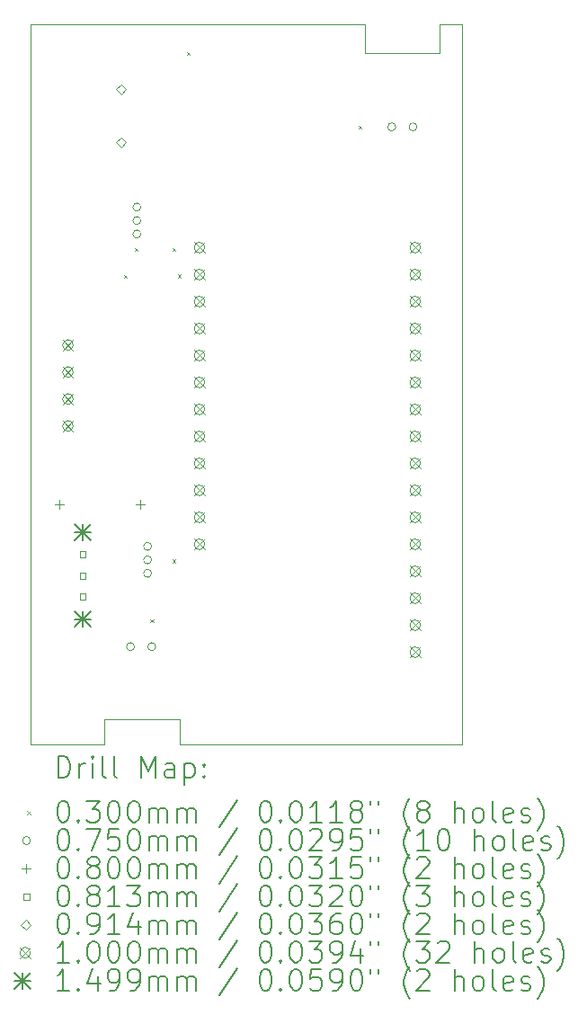
<source format=gbr>
%TF.GenerationSoftware,KiCad,Pcbnew,9.0.2*%
%TF.CreationDate,2025-06-13T16:41:43+02:00*%
%TF.ProjectId,SenseMatePCB,53656e73-654d-4617-9465-5043422e6b69,rev?*%
%TF.SameCoordinates,Original*%
%TF.FileFunction,Drillmap*%
%TF.FilePolarity,Positive*%
%FSLAX45Y45*%
G04 Gerber Fmt 4.5, Leading zero omitted, Abs format (unit mm)*
G04 Created by KiCad (PCBNEW 9.0.2) date 2025-06-13 16:41:43*
%MOMM*%
%LPD*%
G01*
G04 APERTURE LIST*
%ADD10C,0.050000*%
%ADD11C,0.200000*%
%ADD12C,0.100000*%
%ADD13C,0.149860*%
G04 APERTURE END LIST*
D10*
X9350000Y-11170000D02*
X9350000Y-11410000D01*
X7950000Y-8440000D02*
X7950000Y-7740000D01*
X8640000Y-11410000D02*
X7950000Y-11410000D01*
X11100000Y-4630000D02*
X7950000Y-4630000D01*
X8640000Y-11410000D02*
X8640000Y-11170000D01*
X11100000Y-4650000D02*
X11100000Y-4630000D01*
X7950000Y-6750000D02*
X7950000Y-7450000D01*
X12010000Y-4630000D02*
X11800000Y-4630000D01*
X7950000Y-11410000D02*
X7950000Y-8440000D01*
X7950000Y-6750000D02*
X7950000Y-4630000D01*
X9350000Y-11410000D02*
X12010000Y-11410000D01*
X12010000Y-11410000D02*
X12010000Y-4630000D01*
X8640000Y-11170000D02*
X9350000Y-11170000D01*
X11800000Y-4900000D02*
X11800000Y-4630000D01*
X7950000Y-7600000D02*
X7950000Y-7740000D01*
X11100000Y-4900000D02*
X11800000Y-4900000D01*
X7950000Y-7600000D02*
X7950000Y-7450000D01*
X11100000Y-4650000D02*
X11100000Y-4900000D01*
D11*
D12*
X8825000Y-6988000D02*
X8855000Y-7018000D01*
X8855000Y-6988000D02*
X8825000Y-7018000D01*
X8927000Y-6736000D02*
X8957000Y-6766000D01*
X8957000Y-6736000D02*
X8927000Y-6766000D01*
X9074000Y-10233000D02*
X9104000Y-10263000D01*
X9104000Y-10233000D02*
X9074000Y-10263000D01*
X9283619Y-9666619D02*
X9313619Y-9696619D01*
X9313619Y-9666619D02*
X9283619Y-9696619D01*
X9285000Y-6735000D02*
X9315000Y-6765000D01*
X9315000Y-6735000D02*
X9285000Y-6765000D01*
X9335000Y-6985000D02*
X9365000Y-7015000D01*
X9365000Y-6985000D02*
X9335000Y-7015000D01*
X9419000Y-4890000D02*
X9449000Y-4920000D01*
X9449000Y-4890000D02*
X9419000Y-4920000D01*
X11035000Y-5585000D02*
X11065000Y-5615000D01*
X11065000Y-5585000D02*
X11035000Y-5615000D01*
X8927500Y-10490000D02*
G75*
G02*
X8852500Y-10490000I-37500J0D01*
G01*
X8852500Y-10490000D02*
G75*
G02*
X8927500Y-10490000I37500J0D01*
G01*
X8987500Y-6350000D02*
G75*
G02*
X8912500Y-6350000I-37500J0D01*
G01*
X8912500Y-6350000D02*
G75*
G02*
X8987500Y-6350000I37500J0D01*
G01*
X8987500Y-6477000D02*
G75*
G02*
X8912500Y-6477000I-37500J0D01*
G01*
X8912500Y-6477000D02*
G75*
G02*
X8987500Y-6477000I37500J0D01*
G01*
X8987500Y-6604000D02*
G75*
G02*
X8912500Y-6604000I-37500J0D01*
G01*
X8912500Y-6604000D02*
G75*
G02*
X8987500Y-6604000I37500J0D01*
G01*
X9087500Y-9546000D02*
G75*
G02*
X9012500Y-9546000I-37500J0D01*
G01*
X9012500Y-9546000D02*
G75*
G02*
X9087500Y-9546000I37500J0D01*
G01*
X9087500Y-9673000D02*
G75*
G02*
X9012500Y-9673000I-37500J0D01*
G01*
X9012500Y-9673000D02*
G75*
G02*
X9087500Y-9673000I37500J0D01*
G01*
X9087500Y-9800000D02*
G75*
G02*
X9012500Y-9800000I-37500J0D01*
G01*
X9012500Y-9800000D02*
G75*
G02*
X9087500Y-9800000I37500J0D01*
G01*
X9127500Y-10490000D02*
G75*
G02*
X9052500Y-10490000I-37500J0D01*
G01*
X9052500Y-10490000D02*
G75*
G02*
X9127500Y-10490000I37500J0D01*
G01*
X11387500Y-5595000D02*
G75*
G02*
X11312500Y-5595000I-37500J0D01*
G01*
X11312500Y-5595000D02*
G75*
G02*
X11387500Y-5595000I37500J0D01*
G01*
X11587500Y-5595000D02*
G75*
G02*
X11512500Y-5595000I-37500J0D01*
G01*
X11512500Y-5595000D02*
G75*
G02*
X11587500Y-5595000I37500J0D01*
G01*
X8219000Y-9110000D02*
X8219000Y-9190000D01*
X8179000Y-9150000D02*
X8259000Y-9150000D01*
X8981000Y-9110000D02*
X8981000Y-9190000D01*
X8941000Y-9150000D02*
X9021000Y-9150000D01*
X8468737Y-9648737D02*
X8468737Y-9591263D01*
X8411263Y-9591263D01*
X8411263Y-9648737D01*
X8468737Y-9648737D01*
X8468737Y-9848737D02*
X8468737Y-9791263D01*
X8411263Y-9791263D01*
X8411263Y-9848737D01*
X8468737Y-9848737D01*
X8468737Y-10048737D02*
X8468737Y-9991263D01*
X8411263Y-9991263D01*
X8411263Y-10048737D01*
X8468737Y-10048737D01*
X8800000Y-5285720D02*
X8845720Y-5240000D01*
X8800000Y-5194280D01*
X8754280Y-5240000D01*
X8800000Y-5285720D01*
X8800000Y-5785720D02*
X8845720Y-5740000D01*
X8800000Y-5694280D01*
X8754280Y-5740000D01*
X8800000Y-5785720D01*
X8250000Y-7600000D02*
X8350000Y-7700000D01*
X8350000Y-7600000D02*
X8250000Y-7700000D01*
X8350000Y-7650000D02*
G75*
G02*
X8250000Y-7650000I-50000J0D01*
G01*
X8250000Y-7650000D02*
G75*
G02*
X8350000Y-7650000I50000J0D01*
G01*
X8250000Y-7854000D02*
X8350000Y-7954000D01*
X8350000Y-7854000D02*
X8250000Y-7954000D01*
X8350000Y-7904000D02*
G75*
G02*
X8250000Y-7904000I-50000J0D01*
G01*
X8250000Y-7904000D02*
G75*
G02*
X8350000Y-7904000I50000J0D01*
G01*
X8250000Y-8108000D02*
X8350000Y-8208000D01*
X8350000Y-8108000D02*
X8250000Y-8208000D01*
X8350000Y-8158000D02*
G75*
G02*
X8250000Y-8158000I-50000J0D01*
G01*
X8250000Y-8158000D02*
G75*
G02*
X8350000Y-8158000I50000J0D01*
G01*
X8250000Y-8362000D02*
X8350000Y-8462000D01*
X8350000Y-8362000D02*
X8250000Y-8462000D01*
X8350000Y-8412000D02*
G75*
G02*
X8250000Y-8412000I-50000J0D01*
G01*
X8250000Y-8412000D02*
G75*
G02*
X8350000Y-8412000I50000J0D01*
G01*
X9489390Y-6681700D02*
X9589390Y-6781700D01*
X9589390Y-6681700D02*
X9489390Y-6781700D01*
X9589390Y-6731700D02*
G75*
G02*
X9489390Y-6731700I-50000J0D01*
G01*
X9489390Y-6731700D02*
G75*
G02*
X9589390Y-6731700I50000J0D01*
G01*
X9489390Y-6935700D02*
X9589390Y-7035700D01*
X9589390Y-6935700D02*
X9489390Y-7035700D01*
X9589390Y-6985700D02*
G75*
G02*
X9489390Y-6985700I-50000J0D01*
G01*
X9489390Y-6985700D02*
G75*
G02*
X9589390Y-6985700I50000J0D01*
G01*
X9489390Y-7189700D02*
X9589390Y-7289700D01*
X9589390Y-7189700D02*
X9489390Y-7289700D01*
X9589390Y-7239700D02*
G75*
G02*
X9489390Y-7239700I-50000J0D01*
G01*
X9489390Y-7239700D02*
G75*
G02*
X9589390Y-7239700I50000J0D01*
G01*
X9489390Y-7443700D02*
X9589390Y-7543700D01*
X9589390Y-7443700D02*
X9489390Y-7543700D01*
X9589390Y-7493700D02*
G75*
G02*
X9489390Y-7493700I-50000J0D01*
G01*
X9489390Y-7493700D02*
G75*
G02*
X9589390Y-7493700I50000J0D01*
G01*
X9489390Y-7697700D02*
X9589390Y-7797700D01*
X9589390Y-7697700D02*
X9489390Y-7797700D01*
X9589390Y-7747700D02*
G75*
G02*
X9489390Y-7747700I-50000J0D01*
G01*
X9489390Y-7747700D02*
G75*
G02*
X9589390Y-7747700I50000J0D01*
G01*
X9489390Y-7951700D02*
X9589390Y-8051700D01*
X9589390Y-7951700D02*
X9489390Y-8051700D01*
X9589390Y-8001700D02*
G75*
G02*
X9489390Y-8001700I-50000J0D01*
G01*
X9489390Y-8001700D02*
G75*
G02*
X9589390Y-8001700I50000J0D01*
G01*
X9489390Y-8205700D02*
X9589390Y-8305700D01*
X9589390Y-8205700D02*
X9489390Y-8305700D01*
X9589390Y-8255700D02*
G75*
G02*
X9489390Y-8255700I-50000J0D01*
G01*
X9489390Y-8255700D02*
G75*
G02*
X9589390Y-8255700I50000J0D01*
G01*
X9489390Y-8459700D02*
X9589390Y-8559700D01*
X9589390Y-8459700D02*
X9489390Y-8559700D01*
X9589390Y-8509700D02*
G75*
G02*
X9489390Y-8509700I-50000J0D01*
G01*
X9489390Y-8509700D02*
G75*
G02*
X9589390Y-8509700I50000J0D01*
G01*
X9489390Y-8713700D02*
X9589390Y-8813700D01*
X9589390Y-8713700D02*
X9489390Y-8813700D01*
X9589390Y-8763700D02*
G75*
G02*
X9489390Y-8763700I-50000J0D01*
G01*
X9489390Y-8763700D02*
G75*
G02*
X9589390Y-8763700I50000J0D01*
G01*
X9489390Y-8967700D02*
X9589390Y-9067700D01*
X9589390Y-8967700D02*
X9489390Y-9067700D01*
X9589390Y-9017700D02*
G75*
G02*
X9489390Y-9017700I-50000J0D01*
G01*
X9489390Y-9017700D02*
G75*
G02*
X9589390Y-9017700I50000J0D01*
G01*
X9489390Y-9221700D02*
X9589390Y-9321700D01*
X9589390Y-9221700D02*
X9489390Y-9321700D01*
X9589390Y-9271700D02*
G75*
G02*
X9489390Y-9271700I-50000J0D01*
G01*
X9489390Y-9271700D02*
G75*
G02*
X9589390Y-9271700I50000J0D01*
G01*
X9489390Y-9475700D02*
X9589390Y-9575700D01*
X9589390Y-9475700D02*
X9489390Y-9575700D01*
X9589390Y-9525700D02*
G75*
G02*
X9489390Y-9525700I-50000J0D01*
G01*
X9489390Y-9525700D02*
G75*
G02*
X9589390Y-9525700I50000J0D01*
G01*
X11521390Y-6681700D02*
X11621390Y-6781700D01*
X11621390Y-6681700D02*
X11521390Y-6781700D01*
X11621390Y-6731700D02*
G75*
G02*
X11521390Y-6731700I-50000J0D01*
G01*
X11521390Y-6731700D02*
G75*
G02*
X11621390Y-6731700I50000J0D01*
G01*
X11521390Y-6935700D02*
X11621390Y-7035700D01*
X11621390Y-6935700D02*
X11521390Y-7035700D01*
X11621390Y-6985700D02*
G75*
G02*
X11521390Y-6985700I-50000J0D01*
G01*
X11521390Y-6985700D02*
G75*
G02*
X11621390Y-6985700I50000J0D01*
G01*
X11521390Y-7189700D02*
X11621390Y-7289700D01*
X11621390Y-7189700D02*
X11521390Y-7289700D01*
X11621390Y-7239700D02*
G75*
G02*
X11521390Y-7239700I-50000J0D01*
G01*
X11521390Y-7239700D02*
G75*
G02*
X11621390Y-7239700I50000J0D01*
G01*
X11521390Y-7443700D02*
X11621390Y-7543700D01*
X11621390Y-7443700D02*
X11521390Y-7543700D01*
X11621390Y-7493700D02*
G75*
G02*
X11521390Y-7493700I-50000J0D01*
G01*
X11521390Y-7493700D02*
G75*
G02*
X11621390Y-7493700I50000J0D01*
G01*
X11521390Y-7697700D02*
X11621390Y-7797700D01*
X11621390Y-7697700D02*
X11521390Y-7797700D01*
X11621390Y-7747700D02*
G75*
G02*
X11521390Y-7747700I-50000J0D01*
G01*
X11521390Y-7747700D02*
G75*
G02*
X11621390Y-7747700I50000J0D01*
G01*
X11521390Y-7951700D02*
X11621390Y-8051700D01*
X11621390Y-7951700D02*
X11521390Y-8051700D01*
X11621390Y-8001700D02*
G75*
G02*
X11521390Y-8001700I-50000J0D01*
G01*
X11521390Y-8001700D02*
G75*
G02*
X11621390Y-8001700I50000J0D01*
G01*
X11521390Y-8205700D02*
X11621390Y-8305700D01*
X11621390Y-8205700D02*
X11521390Y-8305700D01*
X11621390Y-8255700D02*
G75*
G02*
X11521390Y-8255700I-50000J0D01*
G01*
X11521390Y-8255700D02*
G75*
G02*
X11621390Y-8255700I50000J0D01*
G01*
X11521390Y-8459700D02*
X11621390Y-8559700D01*
X11621390Y-8459700D02*
X11521390Y-8559700D01*
X11621390Y-8509700D02*
G75*
G02*
X11521390Y-8509700I-50000J0D01*
G01*
X11521390Y-8509700D02*
G75*
G02*
X11621390Y-8509700I50000J0D01*
G01*
X11521390Y-8713700D02*
X11621390Y-8813700D01*
X11621390Y-8713700D02*
X11521390Y-8813700D01*
X11621390Y-8763700D02*
G75*
G02*
X11521390Y-8763700I-50000J0D01*
G01*
X11521390Y-8763700D02*
G75*
G02*
X11621390Y-8763700I50000J0D01*
G01*
X11521390Y-8967700D02*
X11621390Y-9067700D01*
X11621390Y-8967700D02*
X11521390Y-9067700D01*
X11621390Y-9017700D02*
G75*
G02*
X11521390Y-9017700I-50000J0D01*
G01*
X11521390Y-9017700D02*
G75*
G02*
X11621390Y-9017700I50000J0D01*
G01*
X11521390Y-9221700D02*
X11621390Y-9321700D01*
X11621390Y-9221700D02*
X11521390Y-9321700D01*
X11621390Y-9271700D02*
G75*
G02*
X11521390Y-9271700I-50000J0D01*
G01*
X11521390Y-9271700D02*
G75*
G02*
X11621390Y-9271700I50000J0D01*
G01*
X11521390Y-9475700D02*
X11621390Y-9575700D01*
X11621390Y-9475700D02*
X11521390Y-9575700D01*
X11621390Y-9525700D02*
G75*
G02*
X11521390Y-9525700I-50000J0D01*
G01*
X11521390Y-9525700D02*
G75*
G02*
X11621390Y-9525700I50000J0D01*
G01*
X11521390Y-9729700D02*
X11621390Y-9829700D01*
X11621390Y-9729700D02*
X11521390Y-9829700D01*
X11621390Y-9779700D02*
G75*
G02*
X11521390Y-9779700I-50000J0D01*
G01*
X11521390Y-9779700D02*
G75*
G02*
X11621390Y-9779700I50000J0D01*
G01*
X11521390Y-9983700D02*
X11621390Y-10083700D01*
X11621390Y-9983700D02*
X11521390Y-10083700D01*
X11621390Y-10033700D02*
G75*
G02*
X11521390Y-10033700I-50000J0D01*
G01*
X11521390Y-10033700D02*
G75*
G02*
X11621390Y-10033700I50000J0D01*
G01*
X11521390Y-10237700D02*
X11621390Y-10337700D01*
X11621390Y-10237700D02*
X11521390Y-10337700D01*
X11621390Y-10287700D02*
G75*
G02*
X11521390Y-10287700I-50000J0D01*
G01*
X11521390Y-10287700D02*
G75*
G02*
X11621390Y-10287700I50000J0D01*
G01*
X11521390Y-10491700D02*
X11621390Y-10591700D01*
X11621390Y-10491700D02*
X11521390Y-10591700D01*
X11621390Y-10541700D02*
G75*
G02*
X11521390Y-10541700I-50000J0D01*
G01*
X11521390Y-10541700D02*
G75*
G02*
X11621390Y-10541700I50000J0D01*
G01*
D13*
X8365070Y-9335070D02*
X8514930Y-9484930D01*
X8514930Y-9335070D02*
X8365070Y-9484930D01*
X8440000Y-9335070D02*
X8440000Y-9484930D01*
X8365070Y-9410000D02*
X8514930Y-9410000D01*
X8365070Y-10155070D02*
X8514930Y-10304930D01*
X8514930Y-10155070D02*
X8365070Y-10304930D01*
X8440000Y-10155070D02*
X8440000Y-10304930D01*
X8365070Y-10230000D02*
X8514930Y-10230000D01*
D11*
X8208277Y-11723984D02*
X8208277Y-11523984D01*
X8208277Y-11523984D02*
X8255896Y-11523984D01*
X8255896Y-11523984D02*
X8284467Y-11533508D01*
X8284467Y-11533508D02*
X8303515Y-11552555D01*
X8303515Y-11552555D02*
X8313039Y-11571603D01*
X8313039Y-11571603D02*
X8322562Y-11609698D01*
X8322562Y-11609698D02*
X8322562Y-11638269D01*
X8322562Y-11638269D02*
X8313039Y-11676365D01*
X8313039Y-11676365D02*
X8303515Y-11695412D01*
X8303515Y-11695412D02*
X8284467Y-11714460D01*
X8284467Y-11714460D02*
X8255896Y-11723984D01*
X8255896Y-11723984D02*
X8208277Y-11723984D01*
X8408277Y-11723984D02*
X8408277Y-11590650D01*
X8408277Y-11628746D02*
X8417801Y-11609698D01*
X8417801Y-11609698D02*
X8427324Y-11600174D01*
X8427324Y-11600174D02*
X8446372Y-11590650D01*
X8446372Y-11590650D02*
X8465420Y-11590650D01*
X8532086Y-11723984D02*
X8532086Y-11590650D01*
X8532086Y-11523984D02*
X8522563Y-11533508D01*
X8522563Y-11533508D02*
X8532086Y-11543031D01*
X8532086Y-11543031D02*
X8541610Y-11533508D01*
X8541610Y-11533508D02*
X8532086Y-11523984D01*
X8532086Y-11523984D02*
X8532086Y-11543031D01*
X8655896Y-11723984D02*
X8636848Y-11714460D01*
X8636848Y-11714460D02*
X8627324Y-11695412D01*
X8627324Y-11695412D02*
X8627324Y-11523984D01*
X8760658Y-11723984D02*
X8741610Y-11714460D01*
X8741610Y-11714460D02*
X8732086Y-11695412D01*
X8732086Y-11695412D02*
X8732086Y-11523984D01*
X8989229Y-11723984D02*
X8989229Y-11523984D01*
X8989229Y-11523984D02*
X9055896Y-11666841D01*
X9055896Y-11666841D02*
X9122563Y-11523984D01*
X9122563Y-11523984D02*
X9122563Y-11723984D01*
X9303515Y-11723984D02*
X9303515Y-11619222D01*
X9303515Y-11619222D02*
X9293991Y-11600174D01*
X9293991Y-11600174D02*
X9274944Y-11590650D01*
X9274944Y-11590650D02*
X9236848Y-11590650D01*
X9236848Y-11590650D02*
X9217801Y-11600174D01*
X9303515Y-11714460D02*
X9284467Y-11723984D01*
X9284467Y-11723984D02*
X9236848Y-11723984D01*
X9236848Y-11723984D02*
X9217801Y-11714460D01*
X9217801Y-11714460D02*
X9208277Y-11695412D01*
X9208277Y-11695412D02*
X9208277Y-11676365D01*
X9208277Y-11676365D02*
X9217801Y-11657317D01*
X9217801Y-11657317D02*
X9236848Y-11647793D01*
X9236848Y-11647793D02*
X9284467Y-11647793D01*
X9284467Y-11647793D02*
X9303515Y-11638269D01*
X9398753Y-11590650D02*
X9398753Y-11790650D01*
X9398753Y-11600174D02*
X9417801Y-11590650D01*
X9417801Y-11590650D02*
X9455896Y-11590650D01*
X9455896Y-11590650D02*
X9474944Y-11600174D01*
X9474944Y-11600174D02*
X9484467Y-11609698D01*
X9484467Y-11609698D02*
X9493991Y-11628746D01*
X9493991Y-11628746D02*
X9493991Y-11685888D01*
X9493991Y-11685888D02*
X9484467Y-11704936D01*
X9484467Y-11704936D02*
X9474944Y-11714460D01*
X9474944Y-11714460D02*
X9455896Y-11723984D01*
X9455896Y-11723984D02*
X9417801Y-11723984D01*
X9417801Y-11723984D02*
X9398753Y-11714460D01*
X9579705Y-11704936D02*
X9589229Y-11714460D01*
X9589229Y-11714460D02*
X9579705Y-11723984D01*
X9579705Y-11723984D02*
X9570182Y-11714460D01*
X9570182Y-11714460D02*
X9579705Y-11704936D01*
X9579705Y-11704936D02*
X9579705Y-11723984D01*
X9579705Y-11600174D02*
X9589229Y-11609698D01*
X9589229Y-11609698D02*
X9579705Y-11619222D01*
X9579705Y-11619222D02*
X9570182Y-11609698D01*
X9570182Y-11609698D02*
X9579705Y-11600174D01*
X9579705Y-11600174D02*
X9579705Y-11619222D01*
D12*
X7917500Y-12037500D02*
X7947500Y-12067500D01*
X7947500Y-12037500D02*
X7917500Y-12067500D01*
D11*
X8246372Y-11943984D02*
X8265420Y-11943984D01*
X8265420Y-11943984D02*
X8284467Y-11953508D01*
X8284467Y-11953508D02*
X8293991Y-11963031D01*
X8293991Y-11963031D02*
X8303515Y-11982079D01*
X8303515Y-11982079D02*
X8313039Y-12020174D01*
X8313039Y-12020174D02*
X8313039Y-12067793D01*
X8313039Y-12067793D02*
X8303515Y-12105888D01*
X8303515Y-12105888D02*
X8293991Y-12124936D01*
X8293991Y-12124936D02*
X8284467Y-12134460D01*
X8284467Y-12134460D02*
X8265420Y-12143984D01*
X8265420Y-12143984D02*
X8246372Y-12143984D01*
X8246372Y-12143984D02*
X8227324Y-12134460D01*
X8227324Y-12134460D02*
X8217801Y-12124936D01*
X8217801Y-12124936D02*
X8208277Y-12105888D01*
X8208277Y-12105888D02*
X8198753Y-12067793D01*
X8198753Y-12067793D02*
X8198753Y-12020174D01*
X8198753Y-12020174D02*
X8208277Y-11982079D01*
X8208277Y-11982079D02*
X8217801Y-11963031D01*
X8217801Y-11963031D02*
X8227324Y-11953508D01*
X8227324Y-11953508D02*
X8246372Y-11943984D01*
X8398753Y-12124936D02*
X8408277Y-12134460D01*
X8408277Y-12134460D02*
X8398753Y-12143984D01*
X8398753Y-12143984D02*
X8389229Y-12134460D01*
X8389229Y-12134460D02*
X8398753Y-12124936D01*
X8398753Y-12124936D02*
X8398753Y-12143984D01*
X8474944Y-11943984D02*
X8598753Y-11943984D01*
X8598753Y-11943984D02*
X8532086Y-12020174D01*
X8532086Y-12020174D02*
X8560658Y-12020174D01*
X8560658Y-12020174D02*
X8579705Y-12029698D01*
X8579705Y-12029698D02*
X8589229Y-12039222D01*
X8589229Y-12039222D02*
X8598753Y-12058269D01*
X8598753Y-12058269D02*
X8598753Y-12105888D01*
X8598753Y-12105888D02*
X8589229Y-12124936D01*
X8589229Y-12124936D02*
X8579705Y-12134460D01*
X8579705Y-12134460D02*
X8560658Y-12143984D01*
X8560658Y-12143984D02*
X8503515Y-12143984D01*
X8503515Y-12143984D02*
X8484467Y-12134460D01*
X8484467Y-12134460D02*
X8474944Y-12124936D01*
X8722563Y-11943984D02*
X8741610Y-11943984D01*
X8741610Y-11943984D02*
X8760658Y-11953508D01*
X8760658Y-11953508D02*
X8770182Y-11963031D01*
X8770182Y-11963031D02*
X8779705Y-11982079D01*
X8779705Y-11982079D02*
X8789229Y-12020174D01*
X8789229Y-12020174D02*
X8789229Y-12067793D01*
X8789229Y-12067793D02*
X8779705Y-12105888D01*
X8779705Y-12105888D02*
X8770182Y-12124936D01*
X8770182Y-12124936D02*
X8760658Y-12134460D01*
X8760658Y-12134460D02*
X8741610Y-12143984D01*
X8741610Y-12143984D02*
X8722563Y-12143984D01*
X8722563Y-12143984D02*
X8703515Y-12134460D01*
X8703515Y-12134460D02*
X8693991Y-12124936D01*
X8693991Y-12124936D02*
X8684467Y-12105888D01*
X8684467Y-12105888D02*
X8674944Y-12067793D01*
X8674944Y-12067793D02*
X8674944Y-12020174D01*
X8674944Y-12020174D02*
X8684467Y-11982079D01*
X8684467Y-11982079D02*
X8693991Y-11963031D01*
X8693991Y-11963031D02*
X8703515Y-11953508D01*
X8703515Y-11953508D02*
X8722563Y-11943984D01*
X8913039Y-11943984D02*
X8932086Y-11943984D01*
X8932086Y-11943984D02*
X8951134Y-11953508D01*
X8951134Y-11953508D02*
X8960658Y-11963031D01*
X8960658Y-11963031D02*
X8970182Y-11982079D01*
X8970182Y-11982079D02*
X8979705Y-12020174D01*
X8979705Y-12020174D02*
X8979705Y-12067793D01*
X8979705Y-12067793D02*
X8970182Y-12105888D01*
X8970182Y-12105888D02*
X8960658Y-12124936D01*
X8960658Y-12124936D02*
X8951134Y-12134460D01*
X8951134Y-12134460D02*
X8932086Y-12143984D01*
X8932086Y-12143984D02*
X8913039Y-12143984D01*
X8913039Y-12143984D02*
X8893991Y-12134460D01*
X8893991Y-12134460D02*
X8884467Y-12124936D01*
X8884467Y-12124936D02*
X8874944Y-12105888D01*
X8874944Y-12105888D02*
X8865420Y-12067793D01*
X8865420Y-12067793D02*
X8865420Y-12020174D01*
X8865420Y-12020174D02*
X8874944Y-11982079D01*
X8874944Y-11982079D02*
X8884467Y-11963031D01*
X8884467Y-11963031D02*
X8893991Y-11953508D01*
X8893991Y-11953508D02*
X8913039Y-11943984D01*
X9065420Y-12143984D02*
X9065420Y-12010650D01*
X9065420Y-12029698D02*
X9074944Y-12020174D01*
X9074944Y-12020174D02*
X9093991Y-12010650D01*
X9093991Y-12010650D02*
X9122563Y-12010650D01*
X9122563Y-12010650D02*
X9141610Y-12020174D01*
X9141610Y-12020174D02*
X9151134Y-12039222D01*
X9151134Y-12039222D02*
X9151134Y-12143984D01*
X9151134Y-12039222D02*
X9160658Y-12020174D01*
X9160658Y-12020174D02*
X9179705Y-12010650D01*
X9179705Y-12010650D02*
X9208277Y-12010650D01*
X9208277Y-12010650D02*
X9227325Y-12020174D01*
X9227325Y-12020174D02*
X9236848Y-12039222D01*
X9236848Y-12039222D02*
X9236848Y-12143984D01*
X9332086Y-12143984D02*
X9332086Y-12010650D01*
X9332086Y-12029698D02*
X9341610Y-12020174D01*
X9341610Y-12020174D02*
X9360658Y-12010650D01*
X9360658Y-12010650D02*
X9389229Y-12010650D01*
X9389229Y-12010650D02*
X9408277Y-12020174D01*
X9408277Y-12020174D02*
X9417801Y-12039222D01*
X9417801Y-12039222D02*
X9417801Y-12143984D01*
X9417801Y-12039222D02*
X9427325Y-12020174D01*
X9427325Y-12020174D02*
X9446372Y-12010650D01*
X9446372Y-12010650D02*
X9474944Y-12010650D01*
X9474944Y-12010650D02*
X9493991Y-12020174D01*
X9493991Y-12020174D02*
X9503515Y-12039222D01*
X9503515Y-12039222D02*
X9503515Y-12143984D01*
X9893991Y-11934460D02*
X9722563Y-12191603D01*
X10151134Y-11943984D02*
X10170182Y-11943984D01*
X10170182Y-11943984D02*
X10189229Y-11953508D01*
X10189229Y-11953508D02*
X10198753Y-11963031D01*
X10198753Y-11963031D02*
X10208277Y-11982079D01*
X10208277Y-11982079D02*
X10217801Y-12020174D01*
X10217801Y-12020174D02*
X10217801Y-12067793D01*
X10217801Y-12067793D02*
X10208277Y-12105888D01*
X10208277Y-12105888D02*
X10198753Y-12124936D01*
X10198753Y-12124936D02*
X10189229Y-12134460D01*
X10189229Y-12134460D02*
X10170182Y-12143984D01*
X10170182Y-12143984D02*
X10151134Y-12143984D01*
X10151134Y-12143984D02*
X10132087Y-12134460D01*
X10132087Y-12134460D02*
X10122563Y-12124936D01*
X10122563Y-12124936D02*
X10113039Y-12105888D01*
X10113039Y-12105888D02*
X10103515Y-12067793D01*
X10103515Y-12067793D02*
X10103515Y-12020174D01*
X10103515Y-12020174D02*
X10113039Y-11982079D01*
X10113039Y-11982079D02*
X10122563Y-11963031D01*
X10122563Y-11963031D02*
X10132087Y-11953508D01*
X10132087Y-11953508D02*
X10151134Y-11943984D01*
X10303515Y-12124936D02*
X10313039Y-12134460D01*
X10313039Y-12134460D02*
X10303515Y-12143984D01*
X10303515Y-12143984D02*
X10293991Y-12134460D01*
X10293991Y-12134460D02*
X10303515Y-12124936D01*
X10303515Y-12124936D02*
X10303515Y-12143984D01*
X10436848Y-11943984D02*
X10455896Y-11943984D01*
X10455896Y-11943984D02*
X10474944Y-11953508D01*
X10474944Y-11953508D02*
X10484468Y-11963031D01*
X10484468Y-11963031D02*
X10493991Y-11982079D01*
X10493991Y-11982079D02*
X10503515Y-12020174D01*
X10503515Y-12020174D02*
X10503515Y-12067793D01*
X10503515Y-12067793D02*
X10493991Y-12105888D01*
X10493991Y-12105888D02*
X10484468Y-12124936D01*
X10484468Y-12124936D02*
X10474944Y-12134460D01*
X10474944Y-12134460D02*
X10455896Y-12143984D01*
X10455896Y-12143984D02*
X10436848Y-12143984D01*
X10436848Y-12143984D02*
X10417801Y-12134460D01*
X10417801Y-12134460D02*
X10408277Y-12124936D01*
X10408277Y-12124936D02*
X10398753Y-12105888D01*
X10398753Y-12105888D02*
X10389229Y-12067793D01*
X10389229Y-12067793D02*
X10389229Y-12020174D01*
X10389229Y-12020174D02*
X10398753Y-11982079D01*
X10398753Y-11982079D02*
X10408277Y-11963031D01*
X10408277Y-11963031D02*
X10417801Y-11953508D01*
X10417801Y-11953508D02*
X10436848Y-11943984D01*
X10693991Y-12143984D02*
X10579706Y-12143984D01*
X10636848Y-12143984D02*
X10636848Y-11943984D01*
X10636848Y-11943984D02*
X10617801Y-11972555D01*
X10617801Y-11972555D02*
X10598753Y-11991603D01*
X10598753Y-11991603D02*
X10579706Y-12001127D01*
X10884468Y-12143984D02*
X10770182Y-12143984D01*
X10827325Y-12143984D02*
X10827325Y-11943984D01*
X10827325Y-11943984D02*
X10808277Y-11972555D01*
X10808277Y-11972555D02*
X10789229Y-11991603D01*
X10789229Y-11991603D02*
X10770182Y-12001127D01*
X10998753Y-12029698D02*
X10979706Y-12020174D01*
X10979706Y-12020174D02*
X10970182Y-12010650D01*
X10970182Y-12010650D02*
X10960658Y-11991603D01*
X10960658Y-11991603D02*
X10960658Y-11982079D01*
X10960658Y-11982079D02*
X10970182Y-11963031D01*
X10970182Y-11963031D02*
X10979706Y-11953508D01*
X10979706Y-11953508D02*
X10998753Y-11943984D01*
X10998753Y-11943984D02*
X11036849Y-11943984D01*
X11036849Y-11943984D02*
X11055896Y-11953508D01*
X11055896Y-11953508D02*
X11065420Y-11963031D01*
X11065420Y-11963031D02*
X11074944Y-11982079D01*
X11074944Y-11982079D02*
X11074944Y-11991603D01*
X11074944Y-11991603D02*
X11065420Y-12010650D01*
X11065420Y-12010650D02*
X11055896Y-12020174D01*
X11055896Y-12020174D02*
X11036849Y-12029698D01*
X11036849Y-12029698D02*
X10998753Y-12029698D01*
X10998753Y-12029698D02*
X10979706Y-12039222D01*
X10979706Y-12039222D02*
X10970182Y-12048746D01*
X10970182Y-12048746D02*
X10960658Y-12067793D01*
X10960658Y-12067793D02*
X10960658Y-12105888D01*
X10960658Y-12105888D02*
X10970182Y-12124936D01*
X10970182Y-12124936D02*
X10979706Y-12134460D01*
X10979706Y-12134460D02*
X10998753Y-12143984D01*
X10998753Y-12143984D02*
X11036849Y-12143984D01*
X11036849Y-12143984D02*
X11055896Y-12134460D01*
X11055896Y-12134460D02*
X11065420Y-12124936D01*
X11065420Y-12124936D02*
X11074944Y-12105888D01*
X11074944Y-12105888D02*
X11074944Y-12067793D01*
X11074944Y-12067793D02*
X11065420Y-12048746D01*
X11065420Y-12048746D02*
X11055896Y-12039222D01*
X11055896Y-12039222D02*
X11036849Y-12029698D01*
X11151134Y-11943984D02*
X11151134Y-11982079D01*
X11227325Y-11943984D02*
X11227325Y-11982079D01*
X11522563Y-12220174D02*
X11513039Y-12210650D01*
X11513039Y-12210650D02*
X11493991Y-12182079D01*
X11493991Y-12182079D02*
X11484468Y-12163031D01*
X11484468Y-12163031D02*
X11474944Y-12134460D01*
X11474944Y-12134460D02*
X11465420Y-12086841D01*
X11465420Y-12086841D02*
X11465420Y-12048746D01*
X11465420Y-12048746D02*
X11474944Y-12001127D01*
X11474944Y-12001127D02*
X11484468Y-11972555D01*
X11484468Y-11972555D02*
X11493991Y-11953508D01*
X11493991Y-11953508D02*
X11513039Y-11924936D01*
X11513039Y-11924936D02*
X11522563Y-11915412D01*
X11627325Y-12029698D02*
X11608277Y-12020174D01*
X11608277Y-12020174D02*
X11598753Y-12010650D01*
X11598753Y-12010650D02*
X11589229Y-11991603D01*
X11589229Y-11991603D02*
X11589229Y-11982079D01*
X11589229Y-11982079D02*
X11598753Y-11963031D01*
X11598753Y-11963031D02*
X11608277Y-11953508D01*
X11608277Y-11953508D02*
X11627325Y-11943984D01*
X11627325Y-11943984D02*
X11665420Y-11943984D01*
X11665420Y-11943984D02*
X11684468Y-11953508D01*
X11684468Y-11953508D02*
X11693991Y-11963031D01*
X11693991Y-11963031D02*
X11703515Y-11982079D01*
X11703515Y-11982079D02*
X11703515Y-11991603D01*
X11703515Y-11991603D02*
X11693991Y-12010650D01*
X11693991Y-12010650D02*
X11684468Y-12020174D01*
X11684468Y-12020174D02*
X11665420Y-12029698D01*
X11665420Y-12029698D02*
X11627325Y-12029698D01*
X11627325Y-12029698D02*
X11608277Y-12039222D01*
X11608277Y-12039222D02*
X11598753Y-12048746D01*
X11598753Y-12048746D02*
X11589229Y-12067793D01*
X11589229Y-12067793D02*
X11589229Y-12105888D01*
X11589229Y-12105888D02*
X11598753Y-12124936D01*
X11598753Y-12124936D02*
X11608277Y-12134460D01*
X11608277Y-12134460D02*
X11627325Y-12143984D01*
X11627325Y-12143984D02*
X11665420Y-12143984D01*
X11665420Y-12143984D02*
X11684468Y-12134460D01*
X11684468Y-12134460D02*
X11693991Y-12124936D01*
X11693991Y-12124936D02*
X11703515Y-12105888D01*
X11703515Y-12105888D02*
X11703515Y-12067793D01*
X11703515Y-12067793D02*
X11693991Y-12048746D01*
X11693991Y-12048746D02*
X11684468Y-12039222D01*
X11684468Y-12039222D02*
X11665420Y-12029698D01*
X11941610Y-12143984D02*
X11941610Y-11943984D01*
X12027325Y-12143984D02*
X12027325Y-12039222D01*
X12027325Y-12039222D02*
X12017801Y-12020174D01*
X12017801Y-12020174D02*
X11998753Y-12010650D01*
X11998753Y-12010650D02*
X11970182Y-12010650D01*
X11970182Y-12010650D02*
X11951134Y-12020174D01*
X11951134Y-12020174D02*
X11941610Y-12029698D01*
X12151134Y-12143984D02*
X12132087Y-12134460D01*
X12132087Y-12134460D02*
X12122563Y-12124936D01*
X12122563Y-12124936D02*
X12113039Y-12105888D01*
X12113039Y-12105888D02*
X12113039Y-12048746D01*
X12113039Y-12048746D02*
X12122563Y-12029698D01*
X12122563Y-12029698D02*
X12132087Y-12020174D01*
X12132087Y-12020174D02*
X12151134Y-12010650D01*
X12151134Y-12010650D02*
X12179706Y-12010650D01*
X12179706Y-12010650D02*
X12198753Y-12020174D01*
X12198753Y-12020174D02*
X12208277Y-12029698D01*
X12208277Y-12029698D02*
X12217801Y-12048746D01*
X12217801Y-12048746D02*
X12217801Y-12105888D01*
X12217801Y-12105888D02*
X12208277Y-12124936D01*
X12208277Y-12124936D02*
X12198753Y-12134460D01*
X12198753Y-12134460D02*
X12179706Y-12143984D01*
X12179706Y-12143984D02*
X12151134Y-12143984D01*
X12332087Y-12143984D02*
X12313039Y-12134460D01*
X12313039Y-12134460D02*
X12303515Y-12115412D01*
X12303515Y-12115412D02*
X12303515Y-11943984D01*
X12484468Y-12134460D02*
X12465420Y-12143984D01*
X12465420Y-12143984D02*
X12427325Y-12143984D01*
X12427325Y-12143984D02*
X12408277Y-12134460D01*
X12408277Y-12134460D02*
X12398753Y-12115412D01*
X12398753Y-12115412D02*
X12398753Y-12039222D01*
X12398753Y-12039222D02*
X12408277Y-12020174D01*
X12408277Y-12020174D02*
X12427325Y-12010650D01*
X12427325Y-12010650D02*
X12465420Y-12010650D01*
X12465420Y-12010650D02*
X12484468Y-12020174D01*
X12484468Y-12020174D02*
X12493991Y-12039222D01*
X12493991Y-12039222D02*
X12493991Y-12058269D01*
X12493991Y-12058269D02*
X12398753Y-12077317D01*
X12570182Y-12134460D02*
X12589230Y-12143984D01*
X12589230Y-12143984D02*
X12627325Y-12143984D01*
X12627325Y-12143984D02*
X12646372Y-12134460D01*
X12646372Y-12134460D02*
X12655896Y-12115412D01*
X12655896Y-12115412D02*
X12655896Y-12105888D01*
X12655896Y-12105888D02*
X12646372Y-12086841D01*
X12646372Y-12086841D02*
X12627325Y-12077317D01*
X12627325Y-12077317D02*
X12598753Y-12077317D01*
X12598753Y-12077317D02*
X12579706Y-12067793D01*
X12579706Y-12067793D02*
X12570182Y-12048746D01*
X12570182Y-12048746D02*
X12570182Y-12039222D01*
X12570182Y-12039222D02*
X12579706Y-12020174D01*
X12579706Y-12020174D02*
X12598753Y-12010650D01*
X12598753Y-12010650D02*
X12627325Y-12010650D01*
X12627325Y-12010650D02*
X12646372Y-12020174D01*
X12722563Y-12220174D02*
X12732087Y-12210650D01*
X12732087Y-12210650D02*
X12751134Y-12182079D01*
X12751134Y-12182079D02*
X12760658Y-12163031D01*
X12760658Y-12163031D02*
X12770182Y-12134460D01*
X12770182Y-12134460D02*
X12779706Y-12086841D01*
X12779706Y-12086841D02*
X12779706Y-12048746D01*
X12779706Y-12048746D02*
X12770182Y-12001127D01*
X12770182Y-12001127D02*
X12760658Y-11972555D01*
X12760658Y-11972555D02*
X12751134Y-11953508D01*
X12751134Y-11953508D02*
X12732087Y-11924936D01*
X12732087Y-11924936D02*
X12722563Y-11915412D01*
D12*
X7947500Y-12316500D02*
G75*
G02*
X7872500Y-12316500I-37500J0D01*
G01*
X7872500Y-12316500D02*
G75*
G02*
X7947500Y-12316500I37500J0D01*
G01*
D11*
X8246372Y-12207984D02*
X8265420Y-12207984D01*
X8265420Y-12207984D02*
X8284467Y-12217508D01*
X8284467Y-12217508D02*
X8293991Y-12227031D01*
X8293991Y-12227031D02*
X8303515Y-12246079D01*
X8303515Y-12246079D02*
X8313039Y-12284174D01*
X8313039Y-12284174D02*
X8313039Y-12331793D01*
X8313039Y-12331793D02*
X8303515Y-12369888D01*
X8303515Y-12369888D02*
X8293991Y-12388936D01*
X8293991Y-12388936D02*
X8284467Y-12398460D01*
X8284467Y-12398460D02*
X8265420Y-12407984D01*
X8265420Y-12407984D02*
X8246372Y-12407984D01*
X8246372Y-12407984D02*
X8227324Y-12398460D01*
X8227324Y-12398460D02*
X8217801Y-12388936D01*
X8217801Y-12388936D02*
X8208277Y-12369888D01*
X8208277Y-12369888D02*
X8198753Y-12331793D01*
X8198753Y-12331793D02*
X8198753Y-12284174D01*
X8198753Y-12284174D02*
X8208277Y-12246079D01*
X8208277Y-12246079D02*
X8217801Y-12227031D01*
X8217801Y-12227031D02*
X8227324Y-12217508D01*
X8227324Y-12217508D02*
X8246372Y-12207984D01*
X8398753Y-12388936D02*
X8408277Y-12398460D01*
X8408277Y-12398460D02*
X8398753Y-12407984D01*
X8398753Y-12407984D02*
X8389229Y-12398460D01*
X8389229Y-12398460D02*
X8398753Y-12388936D01*
X8398753Y-12388936D02*
X8398753Y-12407984D01*
X8474944Y-12207984D02*
X8608277Y-12207984D01*
X8608277Y-12207984D02*
X8522563Y-12407984D01*
X8779705Y-12207984D02*
X8684467Y-12207984D01*
X8684467Y-12207984D02*
X8674944Y-12303222D01*
X8674944Y-12303222D02*
X8684467Y-12293698D01*
X8684467Y-12293698D02*
X8703515Y-12284174D01*
X8703515Y-12284174D02*
X8751134Y-12284174D01*
X8751134Y-12284174D02*
X8770182Y-12293698D01*
X8770182Y-12293698D02*
X8779705Y-12303222D01*
X8779705Y-12303222D02*
X8789229Y-12322269D01*
X8789229Y-12322269D02*
X8789229Y-12369888D01*
X8789229Y-12369888D02*
X8779705Y-12388936D01*
X8779705Y-12388936D02*
X8770182Y-12398460D01*
X8770182Y-12398460D02*
X8751134Y-12407984D01*
X8751134Y-12407984D02*
X8703515Y-12407984D01*
X8703515Y-12407984D02*
X8684467Y-12398460D01*
X8684467Y-12398460D02*
X8674944Y-12388936D01*
X8913039Y-12207984D02*
X8932086Y-12207984D01*
X8932086Y-12207984D02*
X8951134Y-12217508D01*
X8951134Y-12217508D02*
X8960658Y-12227031D01*
X8960658Y-12227031D02*
X8970182Y-12246079D01*
X8970182Y-12246079D02*
X8979705Y-12284174D01*
X8979705Y-12284174D02*
X8979705Y-12331793D01*
X8979705Y-12331793D02*
X8970182Y-12369888D01*
X8970182Y-12369888D02*
X8960658Y-12388936D01*
X8960658Y-12388936D02*
X8951134Y-12398460D01*
X8951134Y-12398460D02*
X8932086Y-12407984D01*
X8932086Y-12407984D02*
X8913039Y-12407984D01*
X8913039Y-12407984D02*
X8893991Y-12398460D01*
X8893991Y-12398460D02*
X8884467Y-12388936D01*
X8884467Y-12388936D02*
X8874944Y-12369888D01*
X8874944Y-12369888D02*
X8865420Y-12331793D01*
X8865420Y-12331793D02*
X8865420Y-12284174D01*
X8865420Y-12284174D02*
X8874944Y-12246079D01*
X8874944Y-12246079D02*
X8884467Y-12227031D01*
X8884467Y-12227031D02*
X8893991Y-12217508D01*
X8893991Y-12217508D02*
X8913039Y-12207984D01*
X9065420Y-12407984D02*
X9065420Y-12274650D01*
X9065420Y-12293698D02*
X9074944Y-12284174D01*
X9074944Y-12284174D02*
X9093991Y-12274650D01*
X9093991Y-12274650D02*
X9122563Y-12274650D01*
X9122563Y-12274650D02*
X9141610Y-12284174D01*
X9141610Y-12284174D02*
X9151134Y-12303222D01*
X9151134Y-12303222D02*
X9151134Y-12407984D01*
X9151134Y-12303222D02*
X9160658Y-12284174D01*
X9160658Y-12284174D02*
X9179705Y-12274650D01*
X9179705Y-12274650D02*
X9208277Y-12274650D01*
X9208277Y-12274650D02*
X9227325Y-12284174D01*
X9227325Y-12284174D02*
X9236848Y-12303222D01*
X9236848Y-12303222D02*
X9236848Y-12407984D01*
X9332086Y-12407984D02*
X9332086Y-12274650D01*
X9332086Y-12293698D02*
X9341610Y-12284174D01*
X9341610Y-12284174D02*
X9360658Y-12274650D01*
X9360658Y-12274650D02*
X9389229Y-12274650D01*
X9389229Y-12274650D02*
X9408277Y-12284174D01*
X9408277Y-12284174D02*
X9417801Y-12303222D01*
X9417801Y-12303222D02*
X9417801Y-12407984D01*
X9417801Y-12303222D02*
X9427325Y-12284174D01*
X9427325Y-12284174D02*
X9446372Y-12274650D01*
X9446372Y-12274650D02*
X9474944Y-12274650D01*
X9474944Y-12274650D02*
X9493991Y-12284174D01*
X9493991Y-12284174D02*
X9503515Y-12303222D01*
X9503515Y-12303222D02*
X9503515Y-12407984D01*
X9893991Y-12198460D02*
X9722563Y-12455603D01*
X10151134Y-12207984D02*
X10170182Y-12207984D01*
X10170182Y-12207984D02*
X10189229Y-12217508D01*
X10189229Y-12217508D02*
X10198753Y-12227031D01*
X10198753Y-12227031D02*
X10208277Y-12246079D01*
X10208277Y-12246079D02*
X10217801Y-12284174D01*
X10217801Y-12284174D02*
X10217801Y-12331793D01*
X10217801Y-12331793D02*
X10208277Y-12369888D01*
X10208277Y-12369888D02*
X10198753Y-12388936D01*
X10198753Y-12388936D02*
X10189229Y-12398460D01*
X10189229Y-12398460D02*
X10170182Y-12407984D01*
X10170182Y-12407984D02*
X10151134Y-12407984D01*
X10151134Y-12407984D02*
X10132087Y-12398460D01*
X10132087Y-12398460D02*
X10122563Y-12388936D01*
X10122563Y-12388936D02*
X10113039Y-12369888D01*
X10113039Y-12369888D02*
X10103515Y-12331793D01*
X10103515Y-12331793D02*
X10103515Y-12284174D01*
X10103515Y-12284174D02*
X10113039Y-12246079D01*
X10113039Y-12246079D02*
X10122563Y-12227031D01*
X10122563Y-12227031D02*
X10132087Y-12217508D01*
X10132087Y-12217508D02*
X10151134Y-12207984D01*
X10303515Y-12388936D02*
X10313039Y-12398460D01*
X10313039Y-12398460D02*
X10303515Y-12407984D01*
X10303515Y-12407984D02*
X10293991Y-12398460D01*
X10293991Y-12398460D02*
X10303515Y-12388936D01*
X10303515Y-12388936D02*
X10303515Y-12407984D01*
X10436848Y-12207984D02*
X10455896Y-12207984D01*
X10455896Y-12207984D02*
X10474944Y-12217508D01*
X10474944Y-12217508D02*
X10484468Y-12227031D01*
X10484468Y-12227031D02*
X10493991Y-12246079D01*
X10493991Y-12246079D02*
X10503515Y-12284174D01*
X10503515Y-12284174D02*
X10503515Y-12331793D01*
X10503515Y-12331793D02*
X10493991Y-12369888D01*
X10493991Y-12369888D02*
X10484468Y-12388936D01*
X10484468Y-12388936D02*
X10474944Y-12398460D01*
X10474944Y-12398460D02*
X10455896Y-12407984D01*
X10455896Y-12407984D02*
X10436848Y-12407984D01*
X10436848Y-12407984D02*
X10417801Y-12398460D01*
X10417801Y-12398460D02*
X10408277Y-12388936D01*
X10408277Y-12388936D02*
X10398753Y-12369888D01*
X10398753Y-12369888D02*
X10389229Y-12331793D01*
X10389229Y-12331793D02*
X10389229Y-12284174D01*
X10389229Y-12284174D02*
X10398753Y-12246079D01*
X10398753Y-12246079D02*
X10408277Y-12227031D01*
X10408277Y-12227031D02*
X10417801Y-12217508D01*
X10417801Y-12217508D02*
X10436848Y-12207984D01*
X10579706Y-12227031D02*
X10589229Y-12217508D01*
X10589229Y-12217508D02*
X10608277Y-12207984D01*
X10608277Y-12207984D02*
X10655896Y-12207984D01*
X10655896Y-12207984D02*
X10674944Y-12217508D01*
X10674944Y-12217508D02*
X10684468Y-12227031D01*
X10684468Y-12227031D02*
X10693991Y-12246079D01*
X10693991Y-12246079D02*
X10693991Y-12265127D01*
X10693991Y-12265127D02*
X10684468Y-12293698D01*
X10684468Y-12293698D02*
X10570182Y-12407984D01*
X10570182Y-12407984D02*
X10693991Y-12407984D01*
X10789229Y-12407984D02*
X10827325Y-12407984D01*
X10827325Y-12407984D02*
X10846372Y-12398460D01*
X10846372Y-12398460D02*
X10855896Y-12388936D01*
X10855896Y-12388936D02*
X10874944Y-12360365D01*
X10874944Y-12360365D02*
X10884468Y-12322269D01*
X10884468Y-12322269D02*
X10884468Y-12246079D01*
X10884468Y-12246079D02*
X10874944Y-12227031D01*
X10874944Y-12227031D02*
X10865420Y-12217508D01*
X10865420Y-12217508D02*
X10846372Y-12207984D01*
X10846372Y-12207984D02*
X10808277Y-12207984D01*
X10808277Y-12207984D02*
X10789229Y-12217508D01*
X10789229Y-12217508D02*
X10779706Y-12227031D01*
X10779706Y-12227031D02*
X10770182Y-12246079D01*
X10770182Y-12246079D02*
X10770182Y-12293698D01*
X10770182Y-12293698D02*
X10779706Y-12312746D01*
X10779706Y-12312746D02*
X10789229Y-12322269D01*
X10789229Y-12322269D02*
X10808277Y-12331793D01*
X10808277Y-12331793D02*
X10846372Y-12331793D01*
X10846372Y-12331793D02*
X10865420Y-12322269D01*
X10865420Y-12322269D02*
X10874944Y-12312746D01*
X10874944Y-12312746D02*
X10884468Y-12293698D01*
X11065420Y-12207984D02*
X10970182Y-12207984D01*
X10970182Y-12207984D02*
X10960658Y-12303222D01*
X10960658Y-12303222D02*
X10970182Y-12293698D01*
X10970182Y-12293698D02*
X10989229Y-12284174D01*
X10989229Y-12284174D02*
X11036849Y-12284174D01*
X11036849Y-12284174D02*
X11055896Y-12293698D01*
X11055896Y-12293698D02*
X11065420Y-12303222D01*
X11065420Y-12303222D02*
X11074944Y-12322269D01*
X11074944Y-12322269D02*
X11074944Y-12369888D01*
X11074944Y-12369888D02*
X11065420Y-12388936D01*
X11065420Y-12388936D02*
X11055896Y-12398460D01*
X11055896Y-12398460D02*
X11036849Y-12407984D01*
X11036849Y-12407984D02*
X10989229Y-12407984D01*
X10989229Y-12407984D02*
X10970182Y-12398460D01*
X10970182Y-12398460D02*
X10960658Y-12388936D01*
X11151134Y-12207984D02*
X11151134Y-12246079D01*
X11227325Y-12207984D02*
X11227325Y-12246079D01*
X11522563Y-12484174D02*
X11513039Y-12474650D01*
X11513039Y-12474650D02*
X11493991Y-12446079D01*
X11493991Y-12446079D02*
X11484468Y-12427031D01*
X11484468Y-12427031D02*
X11474944Y-12398460D01*
X11474944Y-12398460D02*
X11465420Y-12350841D01*
X11465420Y-12350841D02*
X11465420Y-12312746D01*
X11465420Y-12312746D02*
X11474944Y-12265127D01*
X11474944Y-12265127D02*
X11484468Y-12236555D01*
X11484468Y-12236555D02*
X11493991Y-12217508D01*
X11493991Y-12217508D02*
X11513039Y-12188936D01*
X11513039Y-12188936D02*
X11522563Y-12179412D01*
X11703515Y-12407984D02*
X11589229Y-12407984D01*
X11646372Y-12407984D02*
X11646372Y-12207984D01*
X11646372Y-12207984D02*
X11627325Y-12236555D01*
X11627325Y-12236555D02*
X11608277Y-12255603D01*
X11608277Y-12255603D02*
X11589229Y-12265127D01*
X11827325Y-12207984D02*
X11846372Y-12207984D01*
X11846372Y-12207984D02*
X11865420Y-12217508D01*
X11865420Y-12217508D02*
X11874944Y-12227031D01*
X11874944Y-12227031D02*
X11884468Y-12246079D01*
X11884468Y-12246079D02*
X11893991Y-12284174D01*
X11893991Y-12284174D02*
X11893991Y-12331793D01*
X11893991Y-12331793D02*
X11884468Y-12369888D01*
X11884468Y-12369888D02*
X11874944Y-12388936D01*
X11874944Y-12388936D02*
X11865420Y-12398460D01*
X11865420Y-12398460D02*
X11846372Y-12407984D01*
X11846372Y-12407984D02*
X11827325Y-12407984D01*
X11827325Y-12407984D02*
X11808277Y-12398460D01*
X11808277Y-12398460D02*
X11798753Y-12388936D01*
X11798753Y-12388936D02*
X11789229Y-12369888D01*
X11789229Y-12369888D02*
X11779706Y-12331793D01*
X11779706Y-12331793D02*
X11779706Y-12284174D01*
X11779706Y-12284174D02*
X11789229Y-12246079D01*
X11789229Y-12246079D02*
X11798753Y-12227031D01*
X11798753Y-12227031D02*
X11808277Y-12217508D01*
X11808277Y-12217508D02*
X11827325Y-12207984D01*
X12132087Y-12407984D02*
X12132087Y-12207984D01*
X12217801Y-12407984D02*
X12217801Y-12303222D01*
X12217801Y-12303222D02*
X12208277Y-12284174D01*
X12208277Y-12284174D02*
X12189230Y-12274650D01*
X12189230Y-12274650D02*
X12160658Y-12274650D01*
X12160658Y-12274650D02*
X12141610Y-12284174D01*
X12141610Y-12284174D02*
X12132087Y-12293698D01*
X12341610Y-12407984D02*
X12322563Y-12398460D01*
X12322563Y-12398460D02*
X12313039Y-12388936D01*
X12313039Y-12388936D02*
X12303515Y-12369888D01*
X12303515Y-12369888D02*
X12303515Y-12312746D01*
X12303515Y-12312746D02*
X12313039Y-12293698D01*
X12313039Y-12293698D02*
X12322563Y-12284174D01*
X12322563Y-12284174D02*
X12341610Y-12274650D01*
X12341610Y-12274650D02*
X12370182Y-12274650D01*
X12370182Y-12274650D02*
X12389230Y-12284174D01*
X12389230Y-12284174D02*
X12398753Y-12293698D01*
X12398753Y-12293698D02*
X12408277Y-12312746D01*
X12408277Y-12312746D02*
X12408277Y-12369888D01*
X12408277Y-12369888D02*
X12398753Y-12388936D01*
X12398753Y-12388936D02*
X12389230Y-12398460D01*
X12389230Y-12398460D02*
X12370182Y-12407984D01*
X12370182Y-12407984D02*
X12341610Y-12407984D01*
X12522563Y-12407984D02*
X12503515Y-12398460D01*
X12503515Y-12398460D02*
X12493991Y-12379412D01*
X12493991Y-12379412D02*
X12493991Y-12207984D01*
X12674944Y-12398460D02*
X12655896Y-12407984D01*
X12655896Y-12407984D02*
X12617801Y-12407984D01*
X12617801Y-12407984D02*
X12598753Y-12398460D01*
X12598753Y-12398460D02*
X12589230Y-12379412D01*
X12589230Y-12379412D02*
X12589230Y-12303222D01*
X12589230Y-12303222D02*
X12598753Y-12284174D01*
X12598753Y-12284174D02*
X12617801Y-12274650D01*
X12617801Y-12274650D02*
X12655896Y-12274650D01*
X12655896Y-12274650D02*
X12674944Y-12284174D01*
X12674944Y-12284174D02*
X12684468Y-12303222D01*
X12684468Y-12303222D02*
X12684468Y-12322269D01*
X12684468Y-12322269D02*
X12589230Y-12341317D01*
X12760658Y-12398460D02*
X12779706Y-12407984D01*
X12779706Y-12407984D02*
X12817801Y-12407984D01*
X12817801Y-12407984D02*
X12836849Y-12398460D01*
X12836849Y-12398460D02*
X12846372Y-12379412D01*
X12846372Y-12379412D02*
X12846372Y-12369888D01*
X12846372Y-12369888D02*
X12836849Y-12350841D01*
X12836849Y-12350841D02*
X12817801Y-12341317D01*
X12817801Y-12341317D02*
X12789230Y-12341317D01*
X12789230Y-12341317D02*
X12770182Y-12331793D01*
X12770182Y-12331793D02*
X12760658Y-12312746D01*
X12760658Y-12312746D02*
X12760658Y-12303222D01*
X12760658Y-12303222D02*
X12770182Y-12284174D01*
X12770182Y-12284174D02*
X12789230Y-12274650D01*
X12789230Y-12274650D02*
X12817801Y-12274650D01*
X12817801Y-12274650D02*
X12836849Y-12284174D01*
X12913039Y-12484174D02*
X12922563Y-12474650D01*
X12922563Y-12474650D02*
X12941611Y-12446079D01*
X12941611Y-12446079D02*
X12951134Y-12427031D01*
X12951134Y-12427031D02*
X12960658Y-12398460D01*
X12960658Y-12398460D02*
X12970182Y-12350841D01*
X12970182Y-12350841D02*
X12970182Y-12312746D01*
X12970182Y-12312746D02*
X12960658Y-12265127D01*
X12960658Y-12265127D02*
X12951134Y-12236555D01*
X12951134Y-12236555D02*
X12941611Y-12217508D01*
X12941611Y-12217508D02*
X12922563Y-12188936D01*
X12922563Y-12188936D02*
X12913039Y-12179412D01*
D12*
X7907500Y-12540500D02*
X7907500Y-12620500D01*
X7867500Y-12580500D02*
X7947500Y-12580500D01*
D11*
X8246372Y-12471984D02*
X8265420Y-12471984D01*
X8265420Y-12471984D02*
X8284467Y-12481508D01*
X8284467Y-12481508D02*
X8293991Y-12491031D01*
X8293991Y-12491031D02*
X8303515Y-12510079D01*
X8303515Y-12510079D02*
X8313039Y-12548174D01*
X8313039Y-12548174D02*
X8313039Y-12595793D01*
X8313039Y-12595793D02*
X8303515Y-12633888D01*
X8303515Y-12633888D02*
X8293991Y-12652936D01*
X8293991Y-12652936D02*
X8284467Y-12662460D01*
X8284467Y-12662460D02*
X8265420Y-12671984D01*
X8265420Y-12671984D02*
X8246372Y-12671984D01*
X8246372Y-12671984D02*
X8227324Y-12662460D01*
X8227324Y-12662460D02*
X8217801Y-12652936D01*
X8217801Y-12652936D02*
X8208277Y-12633888D01*
X8208277Y-12633888D02*
X8198753Y-12595793D01*
X8198753Y-12595793D02*
X8198753Y-12548174D01*
X8198753Y-12548174D02*
X8208277Y-12510079D01*
X8208277Y-12510079D02*
X8217801Y-12491031D01*
X8217801Y-12491031D02*
X8227324Y-12481508D01*
X8227324Y-12481508D02*
X8246372Y-12471984D01*
X8398753Y-12652936D02*
X8408277Y-12662460D01*
X8408277Y-12662460D02*
X8398753Y-12671984D01*
X8398753Y-12671984D02*
X8389229Y-12662460D01*
X8389229Y-12662460D02*
X8398753Y-12652936D01*
X8398753Y-12652936D02*
X8398753Y-12671984D01*
X8522563Y-12557698D02*
X8503515Y-12548174D01*
X8503515Y-12548174D02*
X8493991Y-12538650D01*
X8493991Y-12538650D02*
X8484467Y-12519603D01*
X8484467Y-12519603D02*
X8484467Y-12510079D01*
X8484467Y-12510079D02*
X8493991Y-12491031D01*
X8493991Y-12491031D02*
X8503515Y-12481508D01*
X8503515Y-12481508D02*
X8522563Y-12471984D01*
X8522563Y-12471984D02*
X8560658Y-12471984D01*
X8560658Y-12471984D02*
X8579705Y-12481508D01*
X8579705Y-12481508D02*
X8589229Y-12491031D01*
X8589229Y-12491031D02*
X8598753Y-12510079D01*
X8598753Y-12510079D02*
X8598753Y-12519603D01*
X8598753Y-12519603D02*
X8589229Y-12538650D01*
X8589229Y-12538650D02*
X8579705Y-12548174D01*
X8579705Y-12548174D02*
X8560658Y-12557698D01*
X8560658Y-12557698D02*
X8522563Y-12557698D01*
X8522563Y-12557698D02*
X8503515Y-12567222D01*
X8503515Y-12567222D02*
X8493991Y-12576746D01*
X8493991Y-12576746D02*
X8484467Y-12595793D01*
X8484467Y-12595793D02*
X8484467Y-12633888D01*
X8484467Y-12633888D02*
X8493991Y-12652936D01*
X8493991Y-12652936D02*
X8503515Y-12662460D01*
X8503515Y-12662460D02*
X8522563Y-12671984D01*
X8522563Y-12671984D02*
X8560658Y-12671984D01*
X8560658Y-12671984D02*
X8579705Y-12662460D01*
X8579705Y-12662460D02*
X8589229Y-12652936D01*
X8589229Y-12652936D02*
X8598753Y-12633888D01*
X8598753Y-12633888D02*
X8598753Y-12595793D01*
X8598753Y-12595793D02*
X8589229Y-12576746D01*
X8589229Y-12576746D02*
X8579705Y-12567222D01*
X8579705Y-12567222D02*
X8560658Y-12557698D01*
X8722563Y-12471984D02*
X8741610Y-12471984D01*
X8741610Y-12471984D02*
X8760658Y-12481508D01*
X8760658Y-12481508D02*
X8770182Y-12491031D01*
X8770182Y-12491031D02*
X8779705Y-12510079D01*
X8779705Y-12510079D02*
X8789229Y-12548174D01*
X8789229Y-12548174D02*
X8789229Y-12595793D01*
X8789229Y-12595793D02*
X8779705Y-12633888D01*
X8779705Y-12633888D02*
X8770182Y-12652936D01*
X8770182Y-12652936D02*
X8760658Y-12662460D01*
X8760658Y-12662460D02*
X8741610Y-12671984D01*
X8741610Y-12671984D02*
X8722563Y-12671984D01*
X8722563Y-12671984D02*
X8703515Y-12662460D01*
X8703515Y-12662460D02*
X8693991Y-12652936D01*
X8693991Y-12652936D02*
X8684467Y-12633888D01*
X8684467Y-12633888D02*
X8674944Y-12595793D01*
X8674944Y-12595793D02*
X8674944Y-12548174D01*
X8674944Y-12548174D02*
X8684467Y-12510079D01*
X8684467Y-12510079D02*
X8693991Y-12491031D01*
X8693991Y-12491031D02*
X8703515Y-12481508D01*
X8703515Y-12481508D02*
X8722563Y-12471984D01*
X8913039Y-12471984D02*
X8932086Y-12471984D01*
X8932086Y-12471984D02*
X8951134Y-12481508D01*
X8951134Y-12481508D02*
X8960658Y-12491031D01*
X8960658Y-12491031D02*
X8970182Y-12510079D01*
X8970182Y-12510079D02*
X8979705Y-12548174D01*
X8979705Y-12548174D02*
X8979705Y-12595793D01*
X8979705Y-12595793D02*
X8970182Y-12633888D01*
X8970182Y-12633888D02*
X8960658Y-12652936D01*
X8960658Y-12652936D02*
X8951134Y-12662460D01*
X8951134Y-12662460D02*
X8932086Y-12671984D01*
X8932086Y-12671984D02*
X8913039Y-12671984D01*
X8913039Y-12671984D02*
X8893991Y-12662460D01*
X8893991Y-12662460D02*
X8884467Y-12652936D01*
X8884467Y-12652936D02*
X8874944Y-12633888D01*
X8874944Y-12633888D02*
X8865420Y-12595793D01*
X8865420Y-12595793D02*
X8865420Y-12548174D01*
X8865420Y-12548174D02*
X8874944Y-12510079D01*
X8874944Y-12510079D02*
X8884467Y-12491031D01*
X8884467Y-12491031D02*
X8893991Y-12481508D01*
X8893991Y-12481508D02*
X8913039Y-12471984D01*
X9065420Y-12671984D02*
X9065420Y-12538650D01*
X9065420Y-12557698D02*
X9074944Y-12548174D01*
X9074944Y-12548174D02*
X9093991Y-12538650D01*
X9093991Y-12538650D02*
X9122563Y-12538650D01*
X9122563Y-12538650D02*
X9141610Y-12548174D01*
X9141610Y-12548174D02*
X9151134Y-12567222D01*
X9151134Y-12567222D02*
X9151134Y-12671984D01*
X9151134Y-12567222D02*
X9160658Y-12548174D01*
X9160658Y-12548174D02*
X9179705Y-12538650D01*
X9179705Y-12538650D02*
X9208277Y-12538650D01*
X9208277Y-12538650D02*
X9227325Y-12548174D01*
X9227325Y-12548174D02*
X9236848Y-12567222D01*
X9236848Y-12567222D02*
X9236848Y-12671984D01*
X9332086Y-12671984D02*
X9332086Y-12538650D01*
X9332086Y-12557698D02*
X9341610Y-12548174D01*
X9341610Y-12548174D02*
X9360658Y-12538650D01*
X9360658Y-12538650D02*
X9389229Y-12538650D01*
X9389229Y-12538650D02*
X9408277Y-12548174D01*
X9408277Y-12548174D02*
X9417801Y-12567222D01*
X9417801Y-12567222D02*
X9417801Y-12671984D01*
X9417801Y-12567222D02*
X9427325Y-12548174D01*
X9427325Y-12548174D02*
X9446372Y-12538650D01*
X9446372Y-12538650D02*
X9474944Y-12538650D01*
X9474944Y-12538650D02*
X9493991Y-12548174D01*
X9493991Y-12548174D02*
X9503515Y-12567222D01*
X9503515Y-12567222D02*
X9503515Y-12671984D01*
X9893991Y-12462460D02*
X9722563Y-12719603D01*
X10151134Y-12471984D02*
X10170182Y-12471984D01*
X10170182Y-12471984D02*
X10189229Y-12481508D01*
X10189229Y-12481508D02*
X10198753Y-12491031D01*
X10198753Y-12491031D02*
X10208277Y-12510079D01*
X10208277Y-12510079D02*
X10217801Y-12548174D01*
X10217801Y-12548174D02*
X10217801Y-12595793D01*
X10217801Y-12595793D02*
X10208277Y-12633888D01*
X10208277Y-12633888D02*
X10198753Y-12652936D01*
X10198753Y-12652936D02*
X10189229Y-12662460D01*
X10189229Y-12662460D02*
X10170182Y-12671984D01*
X10170182Y-12671984D02*
X10151134Y-12671984D01*
X10151134Y-12671984D02*
X10132087Y-12662460D01*
X10132087Y-12662460D02*
X10122563Y-12652936D01*
X10122563Y-12652936D02*
X10113039Y-12633888D01*
X10113039Y-12633888D02*
X10103515Y-12595793D01*
X10103515Y-12595793D02*
X10103515Y-12548174D01*
X10103515Y-12548174D02*
X10113039Y-12510079D01*
X10113039Y-12510079D02*
X10122563Y-12491031D01*
X10122563Y-12491031D02*
X10132087Y-12481508D01*
X10132087Y-12481508D02*
X10151134Y-12471984D01*
X10303515Y-12652936D02*
X10313039Y-12662460D01*
X10313039Y-12662460D02*
X10303515Y-12671984D01*
X10303515Y-12671984D02*
X10293991Y-12662460D01*
X10293991Y-12662460D02*
X10303515Y-12652936D01*
X10303515Y-12652936D02*
X10303515Y-12671984D01*
X10436848Y-12471984D02*
X10455896Y-12471984D01*
X10455896Y-12471984D02*
X10474944Y-12481508D01*
X10474944Y-12481508D02*
X10484468Y-12491031D01*
X10484468Y-12491031D02*
X10493991Y-12510079D01*
X10493991Y-12510079D02*
X10503515Y-12548174D01*
X10503515Y-12548174D02*
X10503515Y-12595793D01*
X10503515Y-12595793D02*
X10493991Y-12633888D01*
X10493991Y-12633888D02*
X10484468Y-12652936D01*
X10484468Y-12652936D02*
X10474944Y-12662460D01*
X10474944Y-12662460D02*
X10455896Y-12671984D01*
X10455896Y-12671984D02*
X10436848Y-12671984D01*
X10436848Y-12671984D02*
X10417801Y-12662460D01*
X10417801Y-12662460D02*
X10408277Y-12652936D01*
X10408277Y-12652936D02*
X10398753Y-12633888D01*
X10398753Y-12633888D02*
X10389229Y-12595793D01*
X10389229Y-12595793D02*
X10389229Y-12548174D01*
X10389229Y-12548174D02*
X10398753Y-12510079D01*
X10398753Y-12510079D02*
X10408277Y-12491031D01*
X10408277Y-12491031D02*
X10417801Y-12481508D01*
X10417801Y-12481508D02*
X10436848Y-12471984D01*
X10570182Y-12471984D02*
X10693991Y-12471984D01*
X10693991Y-12471984D02*
X10627325Y-12548174D01*
X10627325Y-12548174D02*
X10655896Y-12548174D01*
X10655896Y-12548174D02*
X10674944Y-12557698D01*
X10674944Y-12557698D02*
X10684468Y-12567222D01*
X10684468Y-12567222D02*
X10693991Y-12586269D01*
X10693991Y-12586269D02*
X10693991Y-12633888D01*
X10693991Y-12633888D02*
X10684468Y-12652936D01*
X10684468Y-12652936D02*
X10674944Y-12662460D01*
X10674944Y-12662460D02*
X10655896Y-12671984D01*
X10655896Y-12671984D02*
X10598753Y-12671984D01*
X10598753Y-12671984D02*
X10579706Y-12662460D01*
X10579706Y-12662460D02*
X10570182Y-12652936D01*
X10884468Y-12671984D02*
X10770182Y-12671984D01*
X10827325Y-12671984D02*
X10827325Y-12471984D01*
X10827325Y-12471984D02*
X10808277Y-12500555D01*
X10808277Y-12500555D02*
X10789229Y-12519603D01*
X10789229Y-12519603D02*
X10770182Y-12529127D01*
X11065420Y-12471984D02*
X10970182Y-12471984D01*
X10970182Y-12471984D02*
X10960658Y-12567222D01*
X10960658Y-12567222D02*
X10970182Y-12557698D01*
X10970182Y-12557698D02*
X10989229Y-12548174D01*
X10989229Y-12548174D02*
X11036849Y-12548174D01*
X11036849Y-12548174D02*
X11055896Y-12557698D01*
X11055896Y-12557698D02*
X11065420Y-12567222D01*
X11065420Y-12567222D02*
X11074944Y-12586269D01*
X11074944Y-12586269D02*
X11074944Y-12633888D01*
X11074944Y-12633888D02*
X11065420Y-12652936D01*
X11065420Y-12652936D02*
X11055896Y-12662460D01*
X11055896Y-12662460D02*
X11036849Y-12671984D01*
X11036849Y-12671984D02*
X10989229Y-12671984D01*
X10989229Y-12671984D02*
X10970182Y-12662460D01*
X10970182Y-12662460D02*
X10960658Y-12652936D01*
X11151134Y-12471984D02*
X11151134Y-12510079D01*
X11227325Y-12471984D02*
X11227325Y-12510079D01*
X11522563Y-12748174D02*
X11513039Y-12738650D01*
X11513039Y-12738650D02*
X11493991Y-12710079D01*
X11493991Y-12710079D02*
X11484468Y-12691031D01*
X11484468Y-12691031D02*
X11474944Y-12662460D01*
X11474944Y-12662460D02*
X11465420Y-12614841D01*
X11465420Y-12614841D02*
X11465420Y-12576746D01*
X11465420Y-12576746D02*
X11474944Y-12529127D01*
X11474944Y-12529127D02*
X11484468Y-12500555D01*
X11484468Y-12500555D02*
X11493991Y-12481508D01*
X11493991Y-12481508D02*
X11513039Y-12452936D01*
X11513039Y-12452936D02*
X11522563Y-12443412D01*
X11589229Y-12491031D02*
X11598753Y-12481508D01*
X11598753Y-12481508D02*
X11617801Y-12471984D01*
X11617801Y-12471984D02*
X11665420Y-12471984D01*
X11665420Y-12471984D02*
X11684468Y-12481508D01*
X11684468Y-12481508D02*
X11693991Y-12491031D01*
X11693991Y-12491031D02*
X11703515Y-12510079D01*
X11703515Y-12510079D02*
X11703515Y-12529127D01*
X11703515Y-12529127D02*
X11693991Y-12557698D01*
X11693991Y-12557698D02*
X11579706Y-12671984D01*
X11579706Y-12671984D02*
X11703515Y-12671984D01*
X11941610Y-12671984D02*
X11941610Y-12471984D01*
X12027325Y-12671984D02*
X12027325Y-12567222D01*
X12027325Y-12567222D02*
X12017801Y-12548174D01*
X12017801Y-12548174D02*
X11998753Y-12538650D01*
X11998753Y-12538650D02*
X11970182Y-12538650D01*
X11970182Y-12538650D02*
X11951134Y-12548174D01*
X11951134Y-12548174D02*
X11941610Y-12557698D01*
X12151134Y-12671984D02*
X12132087Y-12662460D01*
X12132087Y-12662460D02*
X12122563Y-12652936D01*
X12122563Y-12652936D02*
X12113039Y-12633888D01*
X12113039Y-12633888D02*
X12113039Y-12576746D01*
X12113039Y-12576746D02*
X12122563Y-12557698D01*
X12122563Y-12557698D02*
X12132087Y-12548174D01*
X12132087Y-12548174D02*
X12151134Y-12538650D01*
X12151134Y-12538650D02*
X12179706Y-12538650D01*
X12179706Y-12538650D02*
X12198753Y-12548174D01*
X12198753Y-12548174D02*
X12208277Y-12557698D01*
X12208277Y-12557698D02*
X12217801Y-12576746D01*
X12217801Y-12576746D02*
X12217801Y-12633888D01*
X12217801Y-12633888D02*
X12208277Y-12652936D01*
X12208277Y-12652936D02*
X12198753Y-12662460D01*
X12198753Y-12662460D02*
X12179706Y-12671984D01*
X12179706Y-12671984D02*
X12151134Y-12671984D01*
X12332087Y-12671984D02*
X12313039Y-12662460D01*
X12313039Y-12662460D02*
X12303515Y-12643412D01*
X12303515Y-12643412D02*
X12303515Y-12471984D01*
X12484468Y-12662460D02*
X12465420Y-12671984D01*
X12465420Y-12671984D02*
X12427325Y-12671984D01*
X12427325Y-12671984D02*
X12408277Y-12662460D01*
X12408277Y-12662460D02*
X12398753Y-12643412D01*
X12398753Y-12643412D02*
X12398753Y-12567222D01*
X12398753Y-12567222D02*
X12408277Y-12548174D01*
X12408277Y-12548174D02*
X12427325Y-12538650D01*
X12427325Y-12538650D02*
X12465420Y-12538650D01*
X12465420Y-12538650D02*
X12484468Y-12548174D01*
X12484468Y-12548174D02*
X12493991Y-12567222D01*
X12493991Y-12567222D02*
X12493991Y-12586269D01*
X12493991Y-12586269D02*
X12398753Y-12605317D01*
X12570182Y-12662460D02*
X12589230Y-12671984D01*
X12589230Y-12671984D02*
X12627325Y-12671984D01*
X12627325Y-12671984D02*
X12646372Y-12662460D01*
X12646372Y-12662460D02*
X12655896Y-12643412D01*
X12655896Y-12643412D02*
X12655896Y-12633888D01*
X12655896Y-12633888D02*
X12646372Y-12614841D01*
X12646372Y-12614841D02*
X12627325Y-12605317D01*
X12627325Y-12605317D02*
X12598753Y-12605317D01*
X12598753Y-12605317D02*
X12579706Y-12595793D01*
X12579706Y-12595793D02*
X12570182Y-12576746D01*
X12570182Y-12576746D02*
X12570182Y-12567222D01*
X12570182Y-12567222D02*
X12579706Y-12548174D01*
X12579706Y-12548174D02*
X12598753Y-12538650D01*
X12598753Y-12538650D02*
X12627325Y-12538650D01*
X12627325Y-12538650D02*
X12646372Y-12548174D01*
X12722563Y-12748174D02*
X12732087Y-12738650D01*
X12732087Y-12738650D02*
X12751134Y-12710079D01*
X12751134Y-12710079D02*
X12760658Y-12691031D01*
X12760658Y-12691031D02*
X12770182Y-12662460D01*
X12770182Y-12662460D02*
X12779706Y-12614841D01*
X12779706Y-12614841D02*
X12779706Y-12576746D01*
X12779706Y-12576746D02*
X12770182Y-12529127D01*
X12770182Y-12529127D02*
X12760658Y-12500555D01*
X12760658Y-12500555D02*
X12751134Y-12481508D01*
X12751134Y-12481508D02*
X12732087Y-12452936D01*
X12732087Y-12452936D02*
X12722563Y-12443412D01*
D12*
X7935597Y-12873237D02*
X7935597Y-12815763D01*
X7878123Y-12815763D01*
X7878123Y-12873237D01*
X7935597Y-12873237D01*
D11*
X8246372Y-12735984D02*
X8265420Y-12735984D01*
X8265420Y-12735984D02*
X8284467Y-12745508D01*
X8284467Y-12745508D02*
X8293991Y-12755031D01*
X8293991Y-12755031D02*
X8303515Y-12774079D01*
X8303515Y-12774079D02*
X8313039Y-12812174D01*
X8313039Y-12812174D02*
X8313039Y-12859793D01*
X8313039Y-12859793D02*
X8303515Y-12897888D01*
X8303515Y-12897888D02*
X8293991Y-12916936D01*
X8293991Y-12916936D02*
X8284467Y-12926460D01*
X8284467Y-12926460D02*
X8265420Y-12935984D01*
X8265420Y-12935984D02*
X8246372Y-12935984D01*
X8246372Y-12935984D02*
X8227324Y-12926460D01*
X8227324Y-12926460D02*
X8217801Y-12916936D01*
X8217801Y-12916936D02*
X8208277Y-12897888D01*
X8208277Y-12897888D02*
X8198753Y-12859793D01*
X8198753Y-12859793D02*
X8198753Y-12812174D01*
X8198753Y-12812174D02*
X8208277Y-12774079D01*
X8208277Y-12774079D02*
X8217801Y-12755031D01*
X8217801Y-12755031D02*
X8227324Y-12745508D01*
X8227324Y-12745508D02*
X8246372Y-12735984D01*
X8398753Y-12916936D02*
X8408277Y-12926460D01*
X8408277Y-12926460D02*
X8398753Y-12935984D01*
X8398753Y-12935984D02*
X8389229Y-12926460D01*
X8389229Y-12926460D02*
X8398753Y-12916936D01*
X8398753Y-12916936D02*
X8398753Y-12935984D01*
X8522563Y-12821698D02*
X8503515Y-12812174D01*
X8503515Y-12812174D02*
X8493991Y-12802650D01*
X8493991Y-12802650D02*
X8484467Y-12783603D01*
X8484467Y-12783603D02*
X8484467Y-12774079D01*
X8484467Y-12774079D02*
X8493991Y-12755031D01*
X8493991Y-12755031D02*
X8503515Y-12745508D01*
X8503515Y-12745508D02*
X8522563Y-12735984D01*
X8522563Y-12735984D02*
X8560658Y-12735984D01*
X8560658Y-12735984D02*
X8579705Y-12745508D01*
X8579705Y-12745508D02*
X8589229Y-12755031D01*
X8589229Y-12755031D02*
X8598753Y-12774079D01*
X8598753Y-12774079D02*
X8598753Y-12783603D01*
X8598753Y-12783603D02*
X8589229Y-12802650D01*
X8589229Y-12802650D02*
X8579705Y-12812174D01*
X8579705Y-12812174D02*
X8560658Y-12821698D01*
X8560658Y-12821698D02*
X8522563Y-12821698D01*
X8522563Y-12821698D02*
X8503515Y-12831222D01*
X8503515Y-12831222D02*
X8493991Y-12840746D01*
X8493991Y-12840746D02*
X8484467Y-12859793D01*
X8484467Y-12859793D02*
X8484467Y-12897888D01*
X8484467Y-12897888D02*
X8493991Y-12916936D01*
X8493991Y-12916936D02*
X8503515Y-12926460D01*
X8503515Y-12926460D02*
X8522563Y-12935984D01*
X8522563Y-12935984D02*
X8560658Y-12935984D01*
X8560658Y-12935984D02*
X8579705Y-12926460D01*
X8579705Y-12926460D02*
X8589229Y-12916936D01*
X8589229Y-12916936D02*
X8598753Y-12897888D01*
X8598753Y-12897888D02*
X8598753Y-12859793D01*
X8598753Y-12859793D02*
X8589229Y-12840746D01*
X8589229Y-12840746D02*
X8579705Y-12831222D01*
X8579705Y-12831222D02*
X8560658Y-12821698D01*
X8789229Y-12935984D02*
X8674944Y-12935984D01*
X8732086Y-12935984D02*
X8732086Y-12735984D01*
X8732086Y-12735984D02*
X8713039Y-12764555D01*
X8713039Y-12764555D02*
X8693991Y-12783603D01*
X8693991Y-12783603D02*
X8674944Y-12793127D01*
X8855896Y-12735984D02*
X8979705Y-12735984D01*
X8979705Y-12735984D02*
X8913039Y-12812174D01*
X8913039Y-12812174D02*
X8941610Y-12812174D01*
X8941610Y-12812174D02*
X8960658Y-12821698D01*
X8960658Y-12821698D02*
X8970182Y-12831222D01*
X8970182Y-12831222D02*
X8979705Y-12850269D01*
X8979705Y-12850269D02*
X8979705Y-12897888D01*
X8979705Y-12897888D02*
X8970182Y-12916936D01*
X8970182Y-12916936D02*
X8960658Y-12926460D01*
X8960658Y-12926460D02*
X8941610Y-12935984D01*
X8941610Y-12935984D02*
X8884467Y-12935984D01*
X8884467Y-12935984D02*
X8865420Y-12926460D01*
X8865420Y-12926460D02*
X8855896Y-12916936D01*
X9065420Y-12935984D02*
X9065420Y-12802650D01*
X9065420Y-12821698D02*
X9074944Y-12812174D01*
X9074944Y-12812174D02*
X9093991Y-12802650D01*
X9093991Y-12802650D02*
X9122563Y-12802650D01*
X9122563Y-12802650D02*
X9141610Y-12812174D01*
X9141610Y-12812174D02*
X9151134Y-12831222D01*
X9151134Y-12831222D02*
X9151134Y-12935984D01*
X9151134Y-12831222D02*
X9160658Y-12812174D01*
X9160658Y-12812174D02*
X9179705Y-12802650D01*
X9179705Y-12802650D02*
X9208277Y-12802650D01*
X9208277Y-12802650D02*
X9227325Y-12812174D01*
X9227325Y-12812174D02*
X9236848Y-12831222D01*
X9236848Y-12831222D02*
X9236848Y-12935984D01*
X9332086Y-12935984D02*
X9332086Y-12802650D01*
X9332086Y-12821698D02*
X9341610Y-12812174D01*
X9341610Y-12812174D02*
X9360658Y-12802650D01*
X9360658Y-12802650D02*
X9389229Y-12802650D01*
X9389229Y-12802650D02*
X9408277Y-12812174D01*
X9408277Y-12812174D02*
X9417801Y-12831222D01*
X9417801Y-12831222D02*
X9417801Y-12935984D01*
X9417801Y-12831222D02*
X9427325Y-12812174D01*
X9427325Y-12812174D02*
X9446372Y-12802650D01*
X9446372Y-12802650D02*
X9474944Y-12802650D01*
X9474944Y-12802650D02*
X9493991Y-12812174D01*
X9493991Y-12812174D02*
X9503515Y-12831222D01*
X9503515Y-12831222D02*
X9503515Y-12935984D01*
X9893991Y-12726460D02*
X9722563Y-12983603D01*
X10151134Y-12735984D02*
X10170182Y-12735984D01*
X10170182Y-12735984D02*
X10189229Y-12745508D01*
X10189229Y-12745508D02*
X10198753Y-12755031D01*
X10198753Y-12755031D02*
X10208277Y-12774079D01*
X10208277Y-12774079D02*
X10217801Y-12812174D01*
X10217801Y-12812174D02*
X10217801Y-12859793D01*
X10217801Y-12859793D02*
X10208277Y-12897888D01*
X10208277Y-12897888D02*
X10198753Y-12916936D01*
X10198753Y-12916936D02*
X10189229Y-12926460D01*
X10189229Y-12926460D02*
X10170182Y-12935984D01*
X10170182Y-12935984D02*
X10151134Y-12935984D01*
X10151134Y-12935984D02*
X10132087Y-12926460D01*
X10132087Y-12926460D02*
X10122563Y-12916936D01*
X10122563Y-12916936D02*
X10113039Y-12897888D01*
X10113039Y-12897888D02*
X10103515Y-12859793D01*
X10103515Y-12859793D02*
X10103515Y-12812174D01*
X10103515Y-12812174D02*
X10113039Y-12774079D01*
X10113039Y-12774079D02*
X10122563Y-12755031D01*
X10122563Y-12755031D02*
X10132087Y-12745508D01*
X10132087Y-12745508D02*
X10151134Y-12735984D01*
X10303515Y-12916936D02*
X10313039Y-12926460D01*
X10313039Y-12926460D02*
X10303515Y-12935984D01*
X10303515Y-12935984D02*
X10293991Y-12926460D01*
X10293991Y-12926460D02*
X10303515Y-12916936D01*
X10303515Y-12916936D02*
X10303515Y-12935984D01*
X10436848Y-12735984D02*
X10455896Y-12735984D01*
X10455896Y-12735984D02*
X10474944Y-12745508D01*
X10474944Y-12745508D02*
X10484468Y-12755031D01*
X10484468Y-12755031D02*
X10493991Y-12774079D01*
X10493991Y-12774079D02*
X10503515Y-12812174D01*
X10503515Y-12812174D02*
X10503515Y-12859793D01*
X10503515Y-12859793D02*
X10493991Y-12897888D01*
X10493991Y-12897888D02*
X10484468Y-12916936D01*
X10484468Y-12916936D02*
X10474944Y-12926460D01*
X10474944Y-12926460D02*
X10455896Y-12935984D01*
X10455896Y-12935984D02*
X10436848Y-12935984D01*
X10436848Y-12935984D02*
X10417801Y-12926460D01*
X10417801Y-12926460D02*
X10408277Y-12916936D01*
X10408277Y-12916936D02*
X10398753Y-12897888D01*
X10398753Y-12897888D02*
X10389229Y-12859793D01*
X10389229Y-12859793D02*
X10389229Y-12812174D01*
X10389229Y-12812174D02*
X10398753Y-12774079D01*
X10398753Y-12774079D02*
X10408277Y-12755031D01*
X10408277Y-12755031D02*
X10417801Y-12745508D01*
X10417801Y-12745508D02*
X10436848Y-12735984D01*
X10570182Y-12735984D02*
X10693991Y-12735984D01*
X10693991Y-12735984D02*
X10627325Y-12812174D01*
X10627325Y-12812174D02*
X10655896Y-12812174D01*
X10655896Y-12812174D02*
X10674944Y-12821698D01*
X10674944Y-12821698D02*
X10684468Y-12831222D01*
X10684468Y-12831222D02*
X10693991Y-12850269D01*
X10693991Y-12850269D02*
X10693991Y-12897888D01*
X10693991Y-12897888D02*
X10684468Y-12916936D01*
X10684468Y-12916936D02*
X10674944Y-12926460D01*
X10674944Y-12926460D02*
X10655896Y-12935984D01*
X10655896Y-12935984D02*
X10598753Y-12935984D01*
X10598753Y-12935984D02*
X10579706Y-12926460D01*
X10579706Y-12926460D02*
X10570182Y-12916936D01*
X10770182Y-12755031D02*
X10779706Y-12745508D01*
X10779706Y-12745508D02*
X10798753Y-12735984D01*
X10798753Y-12735984D02*
X10846372Y-12735984D01*
X10846372Y-12735984D02*
X10865420Y-12745508D01*
X10865420Y-12745508D02*
X10874944Y-12755031D01*
X10874944Y-12755031D02*
X10884468Y-12774079D01*
X10884468Y-12774079D02*
X10884468Y-12793127D01*
X10884468Y-12793127D02*
X10874944Y-12821698D01*
X10874944Y-12821698D02*
X10760658Y-12935984D01*
X10760658Y-12935984D02*
X10884468Y-12935984D01*
X11008277Y-12735984D02*
X11027325Y-12735984D01*
X11027325Y-12735984D02*
X11046372Y-12745508D01*
X11046372Y-12745508D02*
X11055896Y-12755031D01*
X11055896Y-12755031D02*
X11065420Y-12774079D01*
X11065420Y-12774079D02*
X11074944Y-12812174D01*
X11074944Y-12812174D02*
X11074944Y-12859793D01*
X11074944Y-12859793D02*
X11065420Y-12897888D01*
X11065420Y-12897888D02*
X11055896Y-12916936D01*
X11055896Y-12916936D02*
X11046372Y-12926460D01*
X11046372Y-12926460D02*
X11027325Y-12935984D01*
X11027325Y-12935984D02*
X11008277Y-12935984D01*
X11008277Y-12935984D02*
X10989229Y-12926460D01*
X10989229Y-12926460D02*
X10979706Y-12916936D01*
X10979706Y-12916936D02*
X10970182Y-12897888D01*
X10970182Y-12897888D02*
X10960658Y-12859793D01*
X10960658Y-12859793D02*
X10960658Y-12812174D01*
X10960658Y-12812174D02*
X10970182Y-12774079D01*
X10970182Y-12774079D02*
X10979706Y-12755031D01*
X10979706Y-12755031D02*
X10989229Y-12745508D01*
X10989229Y-12745508D02*
X11008277Y-12735984D01*
X11151134Y-12735984D02*
X11151134Y-12774079D01*
X11227325Y-12735984D02*
X11227325Y-12774079D01*
X11522563Y-13012174D02*
X11513039Y-13002650D01*
X11513039Y-13002650D02*
X11493991Y-12974079D01*
X11493991Y-12974079D02*
X11484468Y-12955031D01*
X11484468Y-12955031D02*
X11474944Y-12926460D01*
X11474944Y-12926460D02*
X11465420Y-12878841D01*
X11465420Y-12878841D02*
X11465420Y-12840746D01*
X11465420Y-12840746D02*
X11474944Y-12793127D01*
X11474944Y-12793127D02*
X11484468Y-12764555D01*
X11484468Y-12764555D02*
X11493991Y-12745508D01*
X11493991Y-12745508D02*
X11513039Y-12716936D01*
X11513039Y-12716936D02*
X11522563Y-12707412D01*
X11579706Y-12735984D02*
X11703515Y-12735984D01*
X11703515Y-12735984D02*
X11636848Y-12812174D01*
X11636848Y-12812174D02*
X11665420Y-12812174D01*
X11665420Y-12812174D02*
X11684468Y-12821698D01*
X11684468Y-12821698D02*
X11693991Y-12831222D01*
X11693991Y-12831222D02*
X11703515Y-12850269D01*
X11703515Y-12850269D02*
X11703515Y-12897888D01*
X11703515Y-12897888D02*
X11693991Y-12916936D01*
X11693991Y-12916936D02*
X11684468Y-12926460D01*
X11684468Y-12926460D02*
X11665420Y-12935984D01*
X11665420Y-12935984D02*
X11608277Y-12935984D01*
X11608277Y-12935984D02*
X11589229Y-12926460D01*
X11589229Y-12926460D02*
X11579706Y-12916936D01*
X11941610Y-12935984D02*
X11941610Y-12735984D01*
X12027325Y-12935984D02*
X12027325Y-12831222D01*
X12027325Y-12831222D02*
X12017801Y-12812174D01*
X12017801Y-12812174D02*
X11998753Y-12802650D01*
X11998753Y-12802650D02*
X11970182Y-12802650D01*
X11970182Y-12802650D02*
X11951134Y-12812174D01*
X11951134Y-12812174D02*
X11941610Y-12821698D01*
X12151134Y-12935984D02*
X12132087Y-12926460D01*
X12132087Y-12926460D02*
X12122563Y-12916936D01*
X12122563Y-12916936D02*
X12113039Y-12897888D01*
X12113039Y-12897888D02*
X12113039Y-12840746D01*
X12113039Y-12840746D02*
X12122563Y-12821698D01*
X12122563Y-12821698D02*
X12132087Y-12812174D01*
X12132087Y-12812174D02*
X12151134Y-12802650D01*
X12151134Y-12802650D02*
X12179706Y-12802650D01*
X12179706Y-12802650D02*
X12198753Y-12812174D01*
X12198753Y-12812174D02*
X12208277Y-12821698D01*
X12208277Y-12821698D02*
X12217801Y-12840746D01*
X12217801Y-12840746D02*
X12217801Y-12897888D01*
X12217801Y-12897888D02*
X12208277Y-12916936D01*
X12208277Y-12916936D02*
X12198753Y-12926460D01*
X12198753Y-12926460D02*
X12179706Y-12935984D01*
X12179706Y-12935984D02*
X12151134Y-12935984D01*
X12332087Y-12935984D02*
X12313039Y-12926460D01*
X12313039Y-12926460D02*
X12303515Y-12907412D01*
X12303515Y-12907412D02*
X12303515Y-12735984D01*
X12484468Y-12926460D02*
X12465420Y-12935984D01*
X12465420Y-12935984D02*
X12427325Y-12935984D01*
X12427325Y-12935984D02*
X12408277Y-12926460D01*
X12408277Y-12926460D02*
X12398753Y-12907412D01*
X12398753Y-12907412D02*
X12398753Y-12831222D01*
X12398753Y-12831222D02*
X12408277Y-12812174D01*
X12408277Y-12812174D02*
X12427325Y-12802650D01*
X12427325Y-12802650D02*
X12465420Y-12802650D01*
X12465420Y-12802650D02*
X12484468Y-12812174D01*
X12484468Y-12812174D02*
X12493991Y-12831222D01*
X12493991Y-12831222D02*
X12493991Y-12850269D01*
X12493991Y-12850269D02*
X12398753Y-12869317D01*
X12570182Y-12926460D02*
X12589230Y-12935984D01*
X12589230Y-12935984D02*
X12627325Y-12935984D01*
X12627325Y-12935984D02*
X12646372Y-12926460D01*
X12646372Y-12926460D02*
X12655896Y-12907412D01*
X12655896Y-12907412D02*
X12655896Y-12897888D01*
X12655896Y-12897888D02*
X12646372Y-12878841D01*
X12646372Y-12878841D02*
X12627325Y-12869317D01*
X12627325Y-12869317D02*
X12598753Y-12869317D01*
X12598753Y-12869317D02*
X12579706Y-12859793D01*
X12579706Y-12859793D02*
X12570182Y-12840746D01*
X12570182Y-12840746D02*
X12570182Y-12831222D01*
X12570182Y-12831222D02*
X12579706Y-12812174D01*
X12579706Y-12812174D02*
X12598753Y-12802650D01*
X12598753Y-12802650D02*
X12627325Y-12802650D01*
X12627325Y-12802650D02*
X12646372Y-12812174D01*
X12722563Y-13012174D02*
X12732087Y-13002650D01*
X12732087Y-13002650D02*
X12751134Y-12974079D01*
X12751134Y-12974079D02*
X12760658Y-12955031D01*
X12760658Y-12955031D02*
X12770182Y-12926460D01*
X12770182Y-12926460D02*
X12779706Y-12878841D01*
X12779706Y-12878841D02*
X12779706Y-12840746D01*
X12779706Y-12840746D02*
X12770182Y-12793127D01*
X12770182Y-12793127D02*
X12760658Y-12764555D01*
X12760658Y-12764555D02*
X12751134Y-12745508D01*
X12751134Y-12745508D02*
X12732087Y-12716936D01*
X12732087Y-12716936D02*
X12722563Y-12707412D01*
D12*
X7901780Y-13154220D02*
X7947500Y-13108500D01*
X7901780Y-13062780D01*
X7856060Y-13108500D01*
X7901780Y-13154220D01*
D11*
X8246372Y-12999984D02*
X8265420Y-12999984D01*
X8265420Y-12999984D02*
X8284467Y-13009508D01*
X8284467Y-13009508D02*
X8293991Y-13019031D01*
X8293991Y-13019031D02*
X8303515Y-13038079D01*
X8303515Y-13038079D02*
X8313039Y-13076174D01*
X8313039Y-13076174D02*
X8313039Y-13123793D01*
X8313039Y-13123793D02*
X8303515Y-13161888D01*
X8303515Y-13161888D02*
X8293991Y-13180936D01*
X8293991Y-13180936D02*
X8284467Y-13190460D01*
X8284467Y-13190460D02*
X8265420Y-13199984D01*
X8265420Y-13199984D02*
X8246372Y-13199984D01*
X8246372Y-13199984D02*
X8227324Y-13190460D01*
X8227324Y-13190460D02*
X8217801Y-13180936D01*
X8217801Y-13180936D02*
X8208277Y-13161888D01*
X8208277Y-13161888D02*
X8198753Y-13123793D01*
X8198753Y-13123793D02*
X8198753Y-13076174D01*
X8198753Y-13076174D02*
X8208277Y-13038079D01*
X8208277Y-13038079D02*
X8217801Y-13019031D01*
X8217801Y-13019031D02*
X8227324Y-13009508D01*
X8227324Y-13009508D02*
X8246372Y-12999984D01*
X8398753Y-13180936D02*
X8408277Y-13190460D01*
X8408277Y-13190460D02*
X8398753Y-13199984D01*
X8398753Y-13199984D02*
X8389229Y-13190460D01*
X8389229Y-13190460D02*
X8398753Y-13180936D01*
X8398753Y-13180936D02*
X8398753Y-13199984D01*
X8503515Y-13199984D02*
X8541610Y-13199984D01*
X8541610Y-13199984D02*
X8560658Y-13190460D01*
X8560658Y-13190460D02*
X8570182Y-13180936D01*
X8570182Y-13180936D02*
X8589229Y-13152365D01*
X8589229Y-13152365D02*
X8598753Y-13114269D01*
X8598753Y-13114269D02*
X8598753Y-13038079D01*
X8598753Y-13038079D02*
X8589229Y-13019031D01*
X8589229Y-13019031D02*
X8579705Y-13009508D01*
X8579705Y-13009508D02*
X8560658Y-12999984D01*
X8560658Y-12999984D02*
X8522563Y-12999984D01*
X8522563Y-12999984D02*
X8503515Y-13009508D01*
X8503515Y-13009508D02*
X8493991Y-13019031D01*
X8493991Y-13019031D02*
X8484467Y-13038079D01*
X8484467Y-13038079D02*
X8484467Y-13085698D01*
X8484467Y-13085698D02*
X8493991Y-13104746D01*
X8493991Y-13104746D02*
X8503515Y-13114269D01*
X8503515Y-13114269D02*
X8522563Y-13123793D01*
X8522563Y-13123793D02*
X8560658Y-13123793D01*
X8560658Y-13123793D02*
X8579705Y-13114269D01*
X8579705Y-13114269D02*
X8589229Y-13104746D01*
X8589229Y-13104746D02*
X8598753Y-13085698D01*
X8789229Y-13199984D02*
X8674944Y-13199984D01*
X8732086Y-13199984D02*
X8732086Y-12999984D01*
X8732086Y-12999984D02*
X8713039Y-13028555D01*
X8713039Y-13028555D02*
X8693991Y-13047603D01*
X8693991Y-13047603D02*
X8674944Y-13057127D01*
X8960658Y-13066650D02*
X8960658Y-13199984D01*
X8913039Y-12990460D02*
X8865420Y-13133317D01*
X8865420Y-13133317D02*
X8989229Y-13133317D01*
X9065420Y-13199984D02*
X9065420Y-13066650D01*
X9065420Y-13085698D02*
X9074944Y-13076174D01*
X9074944Y-13076174D02*
X9093991Y-13066650D01*
X9093991Y-13066650D02*
X9122563Y-13066650D01*
X9122563Y-13066650D02*
X9141610Y-13076174D01*
X9141610Y-13076174D02*
X9151134Y-13095222D01*
X9151134Y-13095222D02*
X9151134Y-13199984D01*
X9151134Y-13095222D02*
X9160658Y-13076174D01*
X9160658Y-13076174D02*
X9179705Y-13066650D01*
X9179705Y-13066650D02*
X9208277Y-13066650D01*
X9208277Y-13066650D02*
X9227325Y-13076174D01*
X9227325Y-13076174D02*
X9236848Y-13095222D01*
X9236848Y-13095222D02*
X9236848Y-13199984D01*
X9332086Y-13199984D02*
X9332086Y-13066650D01*
X9332086Y-13085698D02*
X9341610Y-13076174D01*
X9341610Y-13076174D02*
X9360658Y-13066650D01*
X9360658Y-13066650D02*
X9389229Y-13066650D01*
X9389229Y-13066650D02*
X9408277Y-13076174D01*
X9408277Y-13076174D02*
X9417801Y-13095222D01*
X9417801Y-13095222D02*
X9417801Y-13199984D01*
X9417801Y-13095222D02*
X9427325Y-13076174D01*
X9427325Y-13076174D02*
X9446372Y-13066650D01*
X9446372Y-13066650D02*
X9474944Y-13066650D01*
X9474944Y-13066650D02*
X9493991Y-13076174D01*
X9493991Y-13076174D02*
X9503515Y-13095222D01*
X9503515Y-13095222D02*
X9503515Y-13199984D01*
X9893991Y-12990460D02*
X9722563Y-13247603D01*
X10151134Y-12999984D02*
X10170182Y-12999984D01*
X10170182Y-12999984D02*
X10189229Y-13009508D01*
X10189229Y-13009508D02*
X10198753Y-13019031D01*
X10198753Y-13019031D02*
X10208277Y-13038079D01*
X10208277Y-13038079D02*
X10217801Y-13076174D01*
X10217801Y-13076174D02*
X10217801Y-13123793D01*
X10217801Y-13123793D02*
X10208277Y-13161888D01*
X10208277Y-13161888D02*
X10198753Y-13180936D01*
X10198753Y-13180936D02*
X10189229Y-13190460D01*
X10189229Y-13190460D02*
X10170182Y-13199984D01*
X10170182Y-13199984D02*
X10151134Y-13199984D01*
X10151134Y-13199984D02*
X10132087Y-13190460D01*
X10132087Y-13190460D02*
X10122563Y-13180936D01*
X10122563Y-13180936D02*
X10113039Y-13161888D01*
X10113039Y-13161888D02*
X10103515Y-13123793D01*
X10103515Y-13123793D02*
X10103515Y-13076174D01*
X10103515Y-13076174D02*
X10113039Y-13038079D01*
X10113039Y-13038079D02*
X10122563Y-13019031D01*
X10122563Y-13019031D02*
X10132087Y-13009508D01*
X10132087Y-13009508D02*
X10151134Y-12999984D01*
X10303515Y-13180936D02*
X10313039Y-13190460D01*
X10313039Y-13190460D02*
X10303515Y-13199984D01*
X10303515Y-13199984D02*
X10293991Y-13190460D01*
X10293991Y-13190460D02*
X10303515Y-13180936D01*
X10303515Y-13180936D02*
X10303515Y-13199984D01*
X10436848Y-12999984D02*
X10455896Y-12999984D01*
X10455896Y-12999984D02*
X10474944Y-13009508D01*
X10474944Y-13009508D02*
X10484468Y-13019031D01*
X10484468Y-13019031D02*
X10493991Y-13038079D01*
X10493991Y-13038079D02*
X10503515Y-13076174D01*
X10503515Y-13076174D02*
X10503515Y-13123793D01*
X10503515Y-13123793D02*
X10493991Y-13161888D01*
X10493991Y-13161888D02*
X10484468Y-13180936D01*
X10484468Y-13180936D02*
X10474944Y-13190460D01*
X10474944Y-13190460D02*
X10455896Y-13199984D01*
X10455896Y-13199984D02*
X10436848Y-13199984D01*
X10436848Y-13199984D02*
X10417801Y-13190460D01*
X10417801Y-13190460D02*
X10408277Y-13180936D01*
X10408277Y-13180936D02*
X10398753Y-13161888D01*
X10398753Y-13161888D02*
X10389229Y-13123793D01*
X10389229Y-13123793D02*
X10389229Y-13076174D01*
X10389229Y-13076174D02*
X10398753Y-13038079D01*
X10398753Y-13038079D02*
X10408277Y-13019031D01*
X10408277Y-13019031D02*
X10417801Y-13009508D01*
X10417801Y-13009508D02*
X10436848Y-12999984D01*
X10570182Y-12999984D02*
X10693991Y-12999984D01*
X10693991Y-12999984D02*
X10627325Y-13076174D01*
X10627325Y-13076174D02*
X10655896Y-13076174D01*
X10655896Y-13076174D02*
X10674944Y-13085698D01*
X10674944Y-13085698D02*
X10684468Y-13095222D01*
X10684468Y-13095222D02*
X10693991Y-13114269D01*
X10693991Y-13114269D02*
X10693991Y-13161888D01*
X10693991Y-13161888D02*
X10684468Y-13180936D01*
X10684468Y-13180936D02*
X10674944Y-13190460D01*
X10674944Y-13190460D02*
X10655896Y-13199984D01*
X10655896Y-13199984D02*
X10598753Y-13199984D01*
X10598753Y-13199984D02*
X10579706Y-13190460D01*
X10579706Y-13190460D02*
X10570182Y-13180936D01*
X10865420Y-12999984D02*
X10827325Y-12999984D01*
X10827325Y-12999984D02*
X10808277Y-13009508D01*
X10808277Y-13009508D02*
X10798753Y-13019031D01*
X10798753Y-13019031D02*
X10779706Y-13047603D01*
X10779706Y-13047603D02*
X10770182Y-13085698D01*
X10770182Y-13085698D02*
X10770182Y-13161888D01*
X10770182Y-13161888D02*
X10779706Y-13180936D01*
X10779706Y-13180936D02*
X10789229Y-13190460D01*
X10789229Y-13190460D02*
X10808277Y-13199984D01*
X10808277Y-13199984D02*
X10846372Y-13199984D01*
X10846372Y-13199984D02*
X10865420Y-13190460D01*
X10865420Y-13190460D02*
X10874944Y-13180936D01*
X10874944Y-13180936D02*
X10884468Y-13161888D01*
X10884468Y-13161888D02*
X10884468Y-13114269D01*
X10884468Y-13114269D02*
X10874944Y-13095222D01*
X10874944Y-13095222D02*
X10865420Y-13085698D01*
X10865420Y-13085698D02*
X10846372Y-13076174D01*
X10846372Y-13076174D02*
X10808277Y-13076174D01*
X10808277Y-13076174D02*
X10789229Y-13085698D01*
X10789229Y-13085698D02*
X10779706Y-13095222D01*
X10779706Y-13095222D02*
X10770182Y-13114269D01*
X11008277Y-12999984D02*
X11027325Y-12999984D01*
X11027325Y-12999984D02*
X11046372Y-13009508D01*
X11046372Y-13009508D02*
X11055896Y-13019031D01*
X11055896Y-13019031D02*
X11065420Y-13038079D01*
X11065420Y-13038079D02*
X11074944Y-13076174D01*
X11074944Y-13076174D02*
X11074944Y-13123793D01*
X11074944Y-13123793D02*
X11065420Y-13161888D01*
X11065420Y-13161888D02*
X11055896Y-13180936D01*
X11055896Y-13180936D02*
X11046372Y-13190460D01*
X11046372Y-13190460D02*
X11027325Y-13199984D01*
X11027325Y-13199984D02*
X11008277Y-13199984D01*
X11008277Y-13199984D02*
X10989229Y-13190460D01*
X10989229Y-13190460D02*
X10979706Y-13180936D01*
X10979706Y-13180936D02*
X10970182Y-13161888D01*
X10970182Y-13161888D02*
X10960658Y-13123793D01*
X10960658Y-13123793D02*
X10960658Y-13076174D01*
X10960658Y-13076174D02*
X10970182Y-13038079D01*
X10970182Y-13038079D02*
X10979706Y-13019031D01*
X10979706Y-13019031D02*
X10989229Y-13009508D01*
X10989229Y-13009508D02*
X11008277Y-12999984D01*
X11151134Y-12999984D02*
X11151134Y-13038079D01*
X11227325Y-12999984D02*
X11227325Y-13038079D01*
X11522563Y-13276174D02*
X11513039Y-13266650D01*
X11513039Y-13266650D02*
X11493991Y-13238079D01*
X11493991Y-13238079D02*
X11484468Y-13219031D01*
X11484468Y-13219031D02*
X11474944Y-13190460D01*
X11474944Y-13190460D02*
X11465420Y-13142841D01*
X11465420Y-13142841D02*
X11465420Y-13104746D01*
X11465420Y-13104746D02*
X11474944Y-13057127D01*
X11474944Y-13057127D02*
X11484468Y-13028555D01*
X11484468Y-13028555D02*
X11493991Y-13009508D01*
X11493991Y-13009508D02*
X11513039Y-12980936D01*
X11513039Y-12980936D02*
X11522563Y-12971412D01*
X11589229Y-13019031D02*
X11598753Y-13009508D01*
X11598753Y-13009508D02*
X11617801Y-12999984D01*
X11617801Y-12999984D02*
X11665420Y-12999984D01*
X11665420Y-12999984D02*
X11684468Y-13009508D01*
X11684468Y-13009508D02*
X11693991Y-13019031D01*
X11693991Y-13019031D02*
X11703515Y-13038079D01*
X11703515Y-13038079D02*
X11703515Y-13057127D01*
X11703515Y-13057127D02*
X11693991Y-13085698D01*
X11693991Y-13085698D02*
X11579706Y-13199984D01*
X11579706Y-13199984D02*
X11703515Y-13199984D01*
X11941610Y-13199984D02*
X11941610Y-12999984D01*
X12027325Y-13199984D02*
X12027325Y-13095222D01*
X12027325Y-13095222D02*
X12017801Y-13076174D01*
X12017801Y-13076174D02*
X11998753Y-13066650D01*
X11998753Y-13066650D02*
X11970182Y-13066650D01*
X11970182Y-13066650D02*
X11951134Y-13076174D01*
X11951134Y-13076174D02*
X11941610Y-13085698D01*
X12151134Y-13199984D02*
X12132087Y-13190460D01*
X12132087Y-13190460D02*
X12122563Y-13180936D01*
X12122563Y-13180936D02*
X12113039Y-13161888D01*
X12113039Y-13161888D02*
X12113039Y-13104746D01*
X12113039Y-13104746D02*
X12122563Y-13085698D01*
X12122563Y-13085698D02*
X12132087Y-13076174D01*
X12132087Y-13076174D02*
X12151134Y-13066650D01*
X12151134Y-13066650D02*
X12179706Y-13066650D01*
X12179706Y-13066650D02*
X12198753Y-13076174D01*
X12198753Y-13076174D02*
X12208277Y-13085698D01*
X12208277Y-13085698D02*
X12217801Y-13104746D01*
X12217801Y-13104746D02*
X12217801Y-13161888D01*
X12217801Y-13161888D02*
X12208277Y-13180936D01*
X12208277Y-13180936D02*
X12198753Y-13190460D01*
X12198753Y-13190460D02*
X12179706Y-13199984D01*
X12179706Y-13199984D02*
X12151134Y-13199984D01*
X12332087Y-13199984D02*
X12313039Y-13190460D01*
X12313039Y-13190460D02*
X12303515Y-13171412D01*
X12303515Y-13171412D02*
X12303515Y-12999984D01*
X12484468Y-13190460D02*
X12465420Y-13199984D01*
X12465420Y-13199984D02*
X12427325Y-13199984D01*
X12427325Y-13199984D02*
X12408277Y-13190460D01*
X12408277Y-13190460D02*
X12398753Y-13171412D01*
X12398753Y-13171412D02*
X12398753Y-13095222D01*
X12398753Y-13095222D02*
X12408277Y-13076174D01*
X12408277Y-13076174D02*
X12427325Y-13066650D01*
X12427325Y-13066650D02*
X12465420Y-13066650D01*
X12465420Y-13066650D02*
X12484468Y-13076174D01*
X12484468Y-13076174D02*
X12493991Y-13095222D01*
X12493991Y-13095222D02*
X12493991Y-13114269D01*
X12493991Y-13114269D02*
X12398753Y-13133317D01*
X12570182Y-13190460D02*
X12589230Y-13199984D01*
X12589230Y-13199984D02*
X12627325Y-13199984D01*
X12627325Y-13199984D02*
X12646372Y-13190460D01*
X12646372Y-13190460D02*
X12655896Y-13171412D01*
X12655896Y-13171412D02*
X12655896Y-13161888D01*
X12655896Y-13161888D02*
X12646372Y-13142841D01*
X12646372Y-13142841D02*
X12627325Y-13133317D01*
X12627325Y-13133317D02*
X12598753Y-13133317D01*
X12598753Y-13133317D02*
X12579706Y-13123793D01*
X12579706Y-13123793D02*
X12570182Y-13104746D01*
X12570182Y-13104746D02*
X12570182Y-13095222D01*
X12570182Y-13095222D02*
X12579706Y-13076174D01*
X12579706Y-13076174D02*
X12598753Y-13066650D01*
X12598753Y-13066650D02*
X12627325Y-13066650D01*
X12627325Y-13066650D02*
X12646372Y-13076174D01*
X12722563Y-13276174D02*
X12732087Y-13266650D01*
X12732087Y-13266650D02*
X12751134Y-13238079D01*
X12751134Y-13238079D02*
X12760658Y-13219031D01*
X12760658Y-13219031D02*
X12770182Y-13190460D01*
X12770182Y-13190460D02*
X12779706Y-13142841D01*
X12779706Y-13142841D02*
X12779706Y-13104746D01*
X12779706Y-13104746D02*
X12770182Y-13057127D01*
X12770182Y-13057127D02*
X12760658Y-13028555D01*
X12760658Y-13028555D02*
X12751134Y-13009508D01*
X12751134Y-13009508D02*
X12732087Y-12980936D01*
X12732087Y-12980936D02*
X12722563Y-12971412D01*
D12*
X7847500Y-13322500D02*
X7947500Y-13422500D01*
X7947500Y-13322500D02*
X7847500Y-13422500D01*
X7947500Y-13372500D02*
G75*
G02*
X7847500Y-13372500I-50000J0D01*
G01*
X7847500Y-13372500D02*
G75*
G02*
X7947500Y-13372500I50000J0D01*
G01*
D11*
X8313039Y-13463984D02*
X8198753Y-13463984D01*
X8255896Y-13463984D02*
X8255896Y-13263984D01*
X8255896Y-13263984D02*
X8236848Y-13292555D01*
X8236848Y-13292555D02*
X8217801Y-13311603D01*
X8217801Y-13311603D02*
X8198753Y-13321127D01*
X8398753Y-13444936D02*
X8408277Y-13454460D01*
X8408277Y-13454460D02*
X8398753Y-13463984D01*
X8398753Y-13463984D02*
X8389229Y-13454460D01*
X8389229Y-13454460D02*
X8398753Y-13444936D01*
X8398753Y-13444936D02*
X8398753Y-13463984D01*
X8532086Y-13263984D02*
X8551134Y-13263984D01*
X8551134Y-13263984D02*
X8570182Y-13273508D01*
X8570182Y-13273508D02*
X8579705Y-13283031D01*
X8579705Y-13283031D02*
X8589229Y-13302079D01*
X8589229Y-13302079D02*
X8598753Y-13340174D01*
X8598753Y-13340174D02*
X8598753Y-13387793D01*
X8598753Y-13387793D02*
X8589229Y-13425888D01*
X8589229Y-13425888D02*
X8579705Y-13444936D01*
X8579705Y-13444936D02*
X8570182Y-13454460D01*
X8570182Y-13454460D02*
X8551134Y-13463984D01*
X8551134Y-13463984D02*
X8532086Y-13463984D01*
X8532086Y-13463984D02*
X8513039Y-13454460D01*
X8513039Y-13454460D02*
X8503515Y-13444936D01*
X8503515Y-13444936D02*
X8493991Y-13425888D01*
X8493991Y-13425888D02*
X8484467Y-13387793D01*
X8484467Y-13387793D02*
X8484467Y-13340174D01*
X8484467Y-13340174D02*
X8493991Y-13302079D01*
X8493991Y-13302079D02*
X8503515Y-13283031D01*
X8503515Y-13283031D02*
X8513039Y-13273508D01*
X8513039Y-13273508D02*
X8532086Y-13263984D01*
X8722563Y-13263984D02*
X8741610Y-13263984D01*
X8741610Y-13263984D02*
X8760658Y-13273508D01*
X8760658Y-13273508D02*
X8770182Y-13283031D01*
X8770182Y-13283031D02*
X8779705Y-13302079D01*
X8779705Y-13302079D02*
X8789229Y-13340174D01*
X8789229Y-13340174D02*
X8789229Y-13387793D01*
X8789229Y-13387793D02*
X8779705Y-13425888D01*
X8779705Y-13425888D02*
X8770182Y-13444936D01*
X8770182Y-13444936D02*
X8760658Y-13454460D01*
X8760658Y-13454460D02*
X8741610Y-13463984D01*
X8741610Y-13463984D02*
X8722563Y-13463984D01*
X8722563Y-13463984D02*
X8703515Y-13454460D01*
X8703515Y-13454460D02*
X8693991Y-13444936D01*
X8693991Y-13444936D02*
X8684467Y-13425888D01*
X8684467Y-13425888D02*
X8674944Y-13387793D01*
X8674944Y-13387793D02*
X8674944Y-13340174D01*
X8674944Y-13340174D02*
X8684467Y-13302079D01*
X8684467Y-13302079D02*
X8693991Y-13283031D01*
X8693991Y-13283031D02*
X8703515Y-13273508D01*
X8703515Y-13273508D02*
X8722563Y-13263984D01*
X8913039Y-13263984D02*
X8932086Y-13263984D01*
X8932086Y-13263984D02*
X8951134Y-13273508D01*
X8951134Y-13273508D02*
X8960658Y-13283031D01*
X8960658Y-13283031D02*
X8970182Y-13302079D01*
X8970182Y-13302079D02*
X8979705Y-13340174D01*
X8979705Y-13340174D02*
X8979705Y-13387793D01*
X8979705Y-13387793D02*
X8970182Y-13425888D01*
X8970182Y-13425888D02*
X8960658Y-13444936D01*
X8960658Y-13444936D02*
X8951134Y-13454460D01*
X8951134Y-13454460D02*
X8932086Y-13463984D01*
X8932086Y-13463984D02*
X8913039Y-13463984D01*
X8913039Y-13463984D02*
X8893991Y-13454460D01*
X8893991Y-13454460D02*
X8884467Y-13444936D01*
X8884467Y-13444936D02*
X8874944Y-13425888D01*
X8874944Y-13425888D02*
X8865420Y-13387793D01*
X8865420Y-13387793D02*
X8865420Y-13340174D01*
X8865420Y-13340174D02*
X8874944Y-13302079D01*
X8874944Y-13302079D02*
X8884467Y-13283031D01*
X8884467Y-13283031D02*
X8893991Y-13273508D01*
X8893991Y-13273508D02*
X8913039Y-13263984D01*
X9065420Y-13463984D02*
X9065420Y-13330650D01*
X9065420Y-13349698D02*
X9074944Y-13340174D01*
X9074944Y-13340174D02*
X9093991Y-13330650D01*
X9093991Y-13330650D02*
X9122563Y-13330650D01*
X9122563Y-13330650D02*
X9141610Y-13340174D01*
X9141610Y-13340174D02*
X9151134Y-13359222D01*
X9151134Y-13359222D02*
X9151134Y-13463984D01*
X9151134Y-13359222D02*
X9160658Y-13340174D01*
X9160658Y-13340174D02*
X9179705Y-13330650D01*
X9179705Y-13330650D02*
X9208277Y-13330650D01*
X9208277Y-13330650D02*
X9227325Y-13340174D01*
X9227325Y-13340174D02*
X9236848Y-13359222D01*
X9236848Y-13359222D02*
X9236848Y-13463984D01*
X9332086Y-13463984D02*
X9332086Y-13330650D01*
X9332086Y-13349698D02*
X9341610Y-13340174D01*
X9341610Y-13340174D02*
X9360658Y-13330650D01*
X9360658Y-13330650D02*
X9389229Y-13330650D01*
X9389229Y-13330650D02*
X9408277Y-13340174D01*
X9408277Y-13340174D02*
X9417801Y-13359222D01*
X9417801Y-13359222D02*
X9417801Y-13463984D01*
X9417801Y-13359222D02*
X9427325Y-13340174D01*
X9427325Y-13340174D02*
X9446372Y-13330650D01*
X9446372Y-13330650D02*
X9474944Y-13330650D01*
X9474944Y-13330650D02*
X9493991Y-13340174D01*
X9493991Y-13340174D02*
X9503515Y-13359222D01*
X9503515Y-13359222D02*
X9503515Y-13463984D01*
X9893991Y-13254460D02*
X9722563Y-13511603D01*
X10151134Y-13263984D02*
X10170182Y-13263984D01*
X10170182Y-13263984D02*
X10189229Y-13273508D01*
X10189229Y-13273508D02*
X10198753Y-13283031D01*
X10198753Y-13283031D02*
X10208277Y-13302079D01*
X10208277Y-13302079D02*
X10217801Y-13340174D01*
X10217801Y-13340174D02*
X10217801Y-13387793D01*
X10217801Y-13387793D02*
X10208277Y-13425888D01*
X10208277Y-13425888D02*
X10198753Y-13444936D01*
X10198753Y-13444936D02*
X10189229Y-13454460D01*
X10189229Y-13454460D02*
X10170182Y-13463984D01*
X10170182Y-13463984D02*
X10151134Y-13463984D01*
X10151134Y-13463984D02*
X10132087Y-13454460D01*
X10132087Y-13454460D02*
X10122563Y-13444936D01*
X10122563Y-13444936D02*
X10113039Y-13425888D01*
X10113039Y-13425888D02*
X10103515Y-13387793D01*
X10103515Y-13387793D02*
X10103515Y-13340174D01*
X10103515Y-13340174D02*
X10113039Y-13302079D01*
X10113039Y-13302079D02*
X10122563Y-13283031D01*
X10122563Y-13283031D02*
X10132087Y-13273508D01*
X10132087Y-13273508D02*
X10151134Y-13263984D01*
X10303515Y-13444936D02*
X10313039Y-13454460D01*
X10313039Y-13454460D02*
X10303515Y-13463984D01*
X10303515Y-13463984D02*
X10293991Y-13454460D01*
X10293991Y-13454460D02*
X10303515Y-13444936D01*
X10303515Y-13444936D02*
X10303515Y-13463984D01*
X10436848Y-13263984D02*
X10455896Y-13263984D01*
X10455896Y-13263984D02*
X10474944Y-13273508D01*
X10474944Y-13273508D02*
X10484468Y-13283031D01*
X10484468Y-13283031D02*
X10493991Y-13302079D01*
X10493991Y-13302079D02*
X10503515Y-13340174D01*
X10503515Y-13340174D02*
X10503515Y-13387793D01*
X10503515Y-13387793D02*
X10493991Y-13425888D01*
X10493991Y-13425888D02*
X10484468Y-13444936D01*
X10484468Y-13444936D02*
X10474944Y-13454460D01*
X10474944Y-13454460D02*
X10455896Y-13463984D01*
X10455896Y-13463984D02*
X10436848Y-13463984D01*
X10436848Y-13463984D02*
X10417801Y-13454460D01*
X10417801Y-13454460D02*
X10408277Y-13444936D01*
X10408277Y-13444936D02*
X10398753Y-13425888D01*
X10398753Y-13425888D02*
X10389229Y-13387793D01*
X10389229Y-13387793D02*
X10389229Y-13340174D01*
X10389229Y-13340174D02*
X10398753Y-13302079D01*
X10398753Y-13302079D02*
X10408277Y-13283031D01*
X10408277Y-13283031D02*
X10417801Y-13273508D01*
X10417801Y-13273508D02*
X10436848Y-13263984D01*
X10570182Y-13263984D02*
X10693991Y-13263984D01*
X10693991Y-13263984D02*
X10627325Y-13340174D01*
X10627325Y-13340174D02*
X10655896Y-13340174D01*
X10655896Y-13340174D02*
X10674944Y-13349698D01*
X10674944Y-13349698D02*
X10684468Y-13359222D01*
X10684468Y-13359222D02*
X10693991Y-13378269D01*
X10693991Y-13378269D02*
X10693991Y-13425888D01*
X10693991Y-13425888D02*
X10684468Y-13444936D01*
X10684468Y-13444936D02*
X10674944Y-13454460D01*
X10674944Y-13454460D02*
X10655896Y-13463984D01*
X10655896Y-13463984D02*
X10598753Y-13463984D01*
X10598753Y-13463984D02*
X10579706Y-13454460D01*
X10579706Y-13454460D02*
X10570182Y-13444936D01*
X10789229Y-13463984D02*
X10827325Y-13463984D01*
X10827325Y-13463984D02*
X10846372Y-13454460D01*
X10846372Y-13454460D02*
X10855896Y-13444936D01*
X10855896Y-13444936D02*
X10874944Y-13416365D01*
X10874944Y-13416365D02*
X10884468Y-13378269D01*
X10884468Y-13378269D02*
X10884468Y-13302079D01*
X10884468Y-13302079D02*
X10874944Y-13283031D01*
X10874944Y-13283031D02*
X10865420Y-13273508D01*
X10865420Y-13273508D02*
X10846372Y-13263984D01*
X10846372Y-13263984D02*
X10808277Y-13263984D01*
X10808277Y-13263984D02*
X10789229Y-13273508D01*
X10789229Y-13273508D02*
X10779706Y-13283031D01*
X10779706Y-13283031D02*
X10770182Y-13302079D01*
X10770182Y-13302079D02*
X10770182Y-13349698D01*
X10770182Y-13349698D02*
X10779706Y-13368746D01*
X10779706Y-13368746D02*
X10789229Y-13378269D01*
X10789229Y-13378269D02*
X10808277Y-13387793D01*
X10808277Y-13387793D02*
X10846372Y-13387793D01*
X10846372Y-13387793D02*
X10865420Y-13378269D01*
X10865420Y-13378269D02*
X10874944Y-13368746D01*
X10874944Y-13368746D02*
X10884468Y-13349698D01*
X11055896Y-13330650D02*
X11055896Y-13463984D01*
X11008277Y-13254460D02*
X10960658Y-13397317D01*
X10960658Y-13397317D02*
X11084468Y-13397317D01*
X11151134Y-13263984D02*
X11151134Y-13302079D01*
X11227325Y-13263984D02*
X11227325Y-13302079D01*
X11522563Y-13540174D02*
X11513039Y-13530650D01*
X11513039Y-13530650D02*
X11493991Y-13502079D01*
X11493991Y-13502079D02*
X11484468Y-13483031D01*
X11484468Y-13483031D02*
X11474944Y-13454460D01*
X11474944Y-13454460D02*
X11465420Y-13406841D01*
X11465420Y-13406841D02*
X11465420Y-13368746D01*
X11465420Y-13368746D02*
X11474944Y-13321127D01*
X11474944Y-13321127D02*
X11484468Y-13292555D01*
X11484468Y-13292555D02*
X11493991Y-13273508D01*
X11493991Y-13273508D02*
X11513039Y-13244936D01*
X11513039Y-13244936D02*
X11522563Y-13235412D01*
X11579706Y-13263984D02*
X11703515Y-13263984D01*
X11703515Y-13263984D02*
X11636848Y-13340174D01*
X11636848Y-13340174D02*
X11665420Y-13340174D01*
X11665420Y-13340174D02*
X11684468Y-13349698D01*
X11684468Y-13349698D02*
X11693991Y-13359222D01*
X11693991Y-13359222D02*
X11703515Y-13378269D01*
X11703515Y-13378269D02*
X11703515Y-13425888D01*
X11703515Y-13425888D02*
X11693991Y-13444936D01*
X11693991Y-13444936D02*
X11684468Y-13454460D01*
X11684468Y-13454460D02*
X11665420Y-13463984D01*
X11665420Y-13463984D02*
X11608277Y-13463984D01*
X11608277Y-13463984D02*
X11589229Y-13454460D01*
X11589229Y-13454460D02*
X11579706Y-13444936D01*
X11779706Y-13283031D02*
X11789229Y-13273508D01*
X11789229Y-13273508D02*
X11808277Y-13263984D01*
X11808277Y-13263984D02*
X11855896Y-13263984D01*
X11855896Y-13263984D02*
X11874944Y-13273508D01*
X11874944Y-13273508D02*
X11884468Y-13283031D01*
X11884468Y-13283031D02*
X11893991Y-13302079D01*
X11893991Y-13302079D02*
X11893991Y-13321127D01*
X11893991Y-13321127D02*
X11884468Y-13349698D01*
X11884468Y-13349698D02*
X11770182Y-13463984D01*
X11770182Y-13463984D02*
X11893991Y-13463984D01*
X12132087Y-13463984D02*
X12132087Y-13263984D01*
X12217801Y-13463984D02*
X12217801Y-13359222D01*
X12217801Y-13359222D02*
X12208277Y-13340174D01*
X12208277Y-13340174D02*
X12189230Y-13330650D01*
X12189230Y-13330650D02*
X12160658Y-13330650D01*
X12160658Y-13330650D02*
X12141610Y-13340174D01*
X12141610Y-13340174D02*
X12132087Y-13349698D01*
X12341610Y-13463984D02*
X12322563Y-13454460D01*
X12322563Y-13454460D02*
X12313039Y-13444936D01*
X12313039Y-13444936D02*
X12303515Y-13425888D01*
X12303515Y-13425888D02*
X12303515Y-13368746D01*
X12303515Y-13368746D02*
X12313039Y-13349698D01*
X12313039Y-13349698D02*
X12322563Y-13340174D01*
X12322563Y-13340174D02*
X12341610Y-13330650D01*
X12341610Y-13330650D02*
X12370182Y-13330650D01*
X12370182Y-13330650D02*
X12389230Y-13340174D01*
X12389230Y-13340174D02*
X12398753Y-13349698D01*
X12398753Y-13349698D02*
X12408277Y-13368746D01*
X12408277Y-13368746D02*
X12408277Y-13425888D01*
X12408277Y-13425888D02*
X12398753Y-13444936D01*
X12398753Y-13444936D02*
X12389230Y-13454460D01*
X12389230Y-13454460D02*
X12370182Y-13463984D01*
X12370182Y-13463984D02*
X12341610Y-13463984D01*
X12522563Y-13463984D02*
X12503515Y-13454460D01*
X12503515Y-13454460D02*
X12493991Y-13435412D01*
X12493991Y-13435412D02*
X12493991Y-13263984D01*
X12674944Y-13454460D02*
X12655896Y-13463984D01*
X12655896Y-13463984D02*
X12617801Y-13463984D01*
X12617801Y-13463984D02*
X12598753Y-13454460D01*
X12598753Y-13454460D02*
X12589230Y-13435412D01*
X12589230Y-13435412D02*
X12589230Y-13359222D01*
X12589230Y-13359222D02*
X12598753Y-13340174D01*
X12598753Y-13340174D02*
X12617801Y-13330650D01*
X12617801Y-13330650D02*
X12655896Y-13330650D01*
X12655896Y-13330650D02*
X12674944Y-13340174D01*
X12674944Y-13340174D02*
X12684468Y-13359222D01*
X12684468Y-13359222D02*
X12684468Y-13378269D01*
X12684468Y-13378269D02*
X12589230Y-13397317D01*
X12760658Y-13454460D02*
X12779706Y-13463984D01*
X12779706Y-13463984D02*
X12817801Y-13463984D01*
X12817801Y-13463984D02*
X12836849Y-13454460D01*
X12836849Y-13454460D02*
X12846372Y-13435412D01*
X12846372Y-13435412D02*
X12846372Y-13425888D01*
X12846372Y-13425888D02*
X12836849Y-13406841D01*
X12836849Y-13406841D02*
X12817801Y-13397317D01*
X12817801Y-13397317D02*
X12789230Y-13397317D01*
X12789230Y-13397317D02*
X12770182Y-13387793D01*
X12770182Y-13387793D02*
X12760658Y-13368746D01*
X12760658Y-13368746D02*
X12760658Y-13359222D01*
X12760658Y-13359222D02*
X12770182Y-13340174D01*
X12770182Y-13340174D02*
X12789230Y-13330650D01*
X12789230Y-13330650D02*
X12817801Y-13330650D01*
X12817801Y-13330650D02*
X12836849Y-13340174D01*
X12913039Y-13540174D02*
X12922563Y-13530650D01*
X12922563Y-13530650D02*
X12941611Y-13502079D01*
X12941611Y-13502079D02*
X12951134Y-13483031D01*
X12951134Y-13483031D02*
X12960658Y-13454460D01*
X12960658Y-13454460D02*
X12970182Y-13406841D01*
X12970182Y-13406841D02*
X12970182Y-13368746D01*
X12970182Y-13368746D02*
X12960658Y-13321127D01*
X12960658Y-13321127D02*
X12951134Y-13292555D01*
X12951134Y-13292555D02*
X12941611Y-13273508D01*
X12941611Y-13273508D02*
X12922563Y-13244936D01*
X12922563Y-13244936D02*
X12913039Y-13235412D01*
D13*
X7797640Y-13561570D02*
X7947500Y-13711430D01*
X7947500Y-13561570D02*
X7797640Y-13711430D01*
X7872570Y-13561570D02*
X7872570Y-13711430D01*
X7797640Y-13636500D02*
X7947500Y-13636500D01*
D11*
X8313039Y-13727984D02*
X8198753Y-13727984D01*
X8255896Y-13727984D02*
X8255896Y-13527984D01*
X8255896Y-13527984D02*
X8236848Y-13556555D01*
X8236848Y-13556555D02*
X8217801Y-13575603D01*
X8217801Y-13575603D02*
X8198753Y-13585127D01*
X8398753Y-13708936D02*
X8408277Y-13718460D01*
X8408277Y-13718460D02*
X8398753Y-13727984D01*
X8398753Y-13727984D02*
X8389229Y-13718460D01*
X8389229Y-13718460D02*
X8398753Y-13708936D01*
X8398753Y-13708936D02*
X8398753Y-13727984D01*
X8579705Y-13594650D02*
X8579705Y-13727984D01*
X8532086Y-13518460D02*
X8484467Y-13661317D01*
X8484467Y-13661317D02*
X8608277Y-13661317D01*
X8693991Y-13727984D02*
X8732086Y-13727984D01*
X8732086Y-13727984D02*
X8751134Y-13718460D01*
X8751134Y-13718460D02*
X8760658Y-13708936D01*
X8760658Y-13708936D02*
X8779705Y-13680365D01*
X8779705Y-13680365D02*
X8789229Y-13642269D01*
X8789229Y-13642269D02*
X8789229Y-13566079D01*
X8789229Y-13566079D02*
X8779705Y-13547031D01*
X8779705Y-13547031D02*
X8770182Y-13537508D01*
X8770182Y-13537508D02*
X8751134Y-13527984D01*
X8751134Y-13527984D02*
X8713039Y-13527984D01*
X8713039Y-13527984D02*
X8693991Y-13537508D01*
X8693991Y-13537508D02*
X8684467Y-13547031D01*
X8684467Y-13547031D02*
X8674944Y-13566079D01*
X8674944Y-13566079D02*
X8674944Y-13613698D01*
X8674944Y-13613698D02*
X8684467Y-13632746D01*
X8684467Y-13632746D02*
X8693991Y-13642269D01*
X8693991Y-13642269D02*
X8713039Y-13651793D01*
X8713039Y-13651793D02*
X8751134Y-13651793D01*
X8751134Y-13651793D02*
X8770182Y-13642269D01*
X8770182Y-13642269D02*
X8779705Y-13632746D01*
X8779705Y-13632746D02*
X8789229Y-13613698D01*
X8884467Y-13727984D02*
X8922563Y-13727984D01*
X8922563Y-13727984D02*
X8941610Y-13718460D01*
X8941610Y-13718460D02*
X8951134Y-13708936D01*
X8951134Y-13708936D02*
X8970182Y-13680365D01*
X8970182Y-13680365D02*
X8979705Y-13642269D01*
X8979705Y-13642269D02*
X8979705Y-13566079D01*
X8979705Y-13566079D02*
X8970182Y-13547031D01*
X8970182Y-13547031D02*
X8960658Y-13537508D01*
X8960658Y-13537508D02*
X8941610Y-13527984D01*
X8941610Y-13527984D02*
X8903515Y-13527984D01*
X8903515Y-13527984D02*
X8884467Y-13537508D01*
X8884467Y-13537508D02*
X8874944Y-13547031D01*
X8874944Y-13547031D02*
X8865420Y-13566079D01*
X8865420Y-13566079D02*
X8865420Y-13613698D01*
X8865420Y-13613698D02*
X8874944Y-13632746D01*
X8874944Y-13632746D02*
X8884467Y-13642269D01*
X8884467Y-13642269D02*
X8903515Y-13651793D01*
X8903515Y-13651793D02*
X8941610Y-13651793D01*
X8941610Y-13651793D02*
X8960658Y-13642269D01*
X8960658Y-13642269D02*
X8970182Y-13632746D01*
X8970182Y-13632746D02*
X8979705Y-13613698D01*
X9065420Y-13727984D02*
X9065420Y-13594650D01*
X9065420Y-13613698D02*
X9074944Y-13604174D01*
X9074944Y-13604174D02*
X9093991Y-13594650D01*
X9093991Y-13594650D02*
X9122563Y-13594650D01*
X9122563Y-13594650D02*
X9141610Y-13604174D01*
X9141610Y-13604174D02*
X9151134Y-13623222D01*
X9151134Y-13623222D02*
X9151134Y-13727984D01*
X9151134Y-13623222D02*
X9160658Y-13604174D01*
X9160658Y-13604174D02*
X9179705Y-13594650D01*
X9179705Y-13594650D02*
X9208277Y-13594650D01*
X9208277Y-13594650D02*
X9227325Y-13604174D01*
X9227325Y-13604174D02*
X9236848Y-13623222D01*
X9236848Y-13623222D02*
X9236848Y-13727984D01*
X9332086Y-13727984D02*
X9332086Y-13594650D01*
X9332086Y-13613698D02*
X9341610Y-13604174D01*
X9341610Y-13604174D02*
X9360658Y-13594650D01*
X9360658Y-13594650D02*
X9389229Y-13594650D01*
X9389229Y-13594650D02*
X9408277Y-13604174D01*
X9408277Y-13604174D02*
X9417801Y-13623222D01*
X9417801Y-13623222D02*
X9417801Y-13727984D01*
X9417801Y-13623222D02*
X9427325Y-13604174D01*
X9427325Y-13604174D02*
X9446372Y-13594650D01*
X9446372Y-13594650D02*
X9474944Y-13594650D01*
X9474944Y-13594650D02*
X9493991Y-13604174D01*
X9493991Y-13604174D02*
X9503515Y-13623222D01*
X9503515Y-13623222D02*
X9503515Y-13727984D01*
X9893991Y-13518460D02*
X9722563Y-13775603D01*
X10151134Y-13527984D02*
X10170182Y-13527984D01*
X10170182Y-13527984D02*
X10189229Y-13537508D01*
X10189229Y-13537508D02*
X10198753Y-13547031D01*
X10198753Y-13547031D02*
X10208277Y-13566079D01*
X10208277Y-13566079D02*
X10217801Y-13604174D01*
X10217801Y-13604174D02*
X10217801Y-13651793D01*
X10217801Y-13651793D02*
X10208277Y-13689888D01*
X10208277Y-13689888D02*
X10198753Y-13708936D01*
X10198753Y-13708936D02*
X10189229Y-13718460D01*
X10189229Y-13718460D02*
X10170182Y-13727984D01*
X10170182Y-13727984D02*
X10151134Y-13727984D01*
X10151134Y-13727984D02*
X10132087Y-13718460D01*
X10132087Y-13718460D02*
X10122563Y-13708936D01*
X10122563Y-13708936D02*
X10113039Y-13689888D01*
X10113039Y-13689888D02*
X10103515Y-13651793D01*
X10103515Y-13651793D02*
X10103515Y-13604174D01*
X10103515Y-13604174D02*
X10113039Y-13566079D01*
X10113039Y-13566079D02*
X10122563Y-13547031D01*
X10122563Y-13547031D02*
X10132087Y-13537508D01*
X10132087Y-13537508D02*
X10151134Y-13527984D01*
X10303515Y-13708936D02*
X10313039Y-13718460D01*
X10313039Y-13718460D02*
X10303515Y-13727984D01*
X10303515Y-13727984D02*
X10293991Y-13718460D01*
X10293991Y-13718460D02*
X10303515Y-13708936D01*
X10303515Y-13708936D02*
X10303515Y-13727984D01*
X10436848Y-13527984D02*
X10455896Y-13527984D01*
X10455896Y-13527984D02*
X10474944Y-13537508D01*
X10474944Y-13537508D02*
X10484468Y-13547031D01*
X10484468Y-13547031D02*
X10493991Y-13566079D01*
X10493991Y-13566079D02*
X10503515Y-13604174D01*
X10503515Y-13604174D02*
X10503515Y-13651793D01*
X10503515Y-13651793D02*
X10493991Y-13689888D01*
X10493991Y-13689888D02*
X10484468Y-13708936D01*
X10484468Y-13708936D02*
X10474944Y-13718460D01*
X10474944Y-13718460D02*
X10455896Y-13727984D01*
X10455896Y-13727984D02*
X10436848Y-13727984D01*
X10436848Y-13727984D02*
X10417801Y-13718460D01*
X10417801Y-13718460D02*
X10408277Y-13708936D01*
X10408277Y-13708936D02*
X10398753Y-13689888D01*
X10398753Y-13689888D02*
X10389229Y-13651793D01*
X10389229Y-13651793D02*
X10389229Y-13604174D01*
X10389229Y-13604174D02*
X10398753Y-13566079D01*
X10398753Y-13566079D02*
X10408277Y-13547031D01*
X10408277Y-13547031D02*
X10417801Y-13537508D01*
X10417801Y-13537508D02*
X10436848Y-13527984D01*
X10684468Y-13527984D02*
X10589229Y-13527984D01*
X10589229Y-13527984D02*
X10579706Y-13623222D01*
X10579706Y-13623222D02*
X10589229Y-13613698D01*
X10589229Y-13613698D02*
X10608277Y-13604174D01*
X10608277Y-13604174D02*
X10655896Y-13604174D01*
X10655896Y-13604174D02*
X10674944Y-13613698D01*
X10674944Y-13613698D02*
X10684468Y-13623222D01*
X10684468Y-13623222D02*
X10693991Y-13642269D01*
X10693991Y-13642269D02*
X10693991Y-13689888D01*
X10693991Y-13689888D02*
X10684468Y-13708936D01*
X10684468Y-13708936D02*
X10674944Y-13718460D01*
X10674944Y-13718460D02*
X10655896Y-13727984D01*
X10655896Y-13727984D02*
X10608277Y-13727984D01*
X10608277Y-13727984D02*
X10589229Y-13718460D01*
X10589229Y-13718460D02*
X10579706Y-13708936D01*
X10789229Y-13727984D02*
X10827325Y-13727984D01*
X10827325Y-13727984D02*
X10846372Y-13718460D01*
X10846372Y-13718460D02*
X10855896Y-13708936D01*
X10855896Y-13708936D02*
X10874944Y-13680365D01*
X10874944Y-13680365D02*
X10884468Y-13642269D01*
X10884468Y-13642269D02*
X10884468Y-13566079D01*
X10884468Y-13566079D02*
X10874944Y-13547031D01*
X10874944Y-13547031D02*
X10865420Y-13537508D01*
X10865420Y-13537508D02*
X10846372Y-13527984D01*
X10846372Y-13527984D02*
X10808277Y-13527984D01*
X10808277Y-13527984D02*
X10789229Y-13537508D01*
X10789229Y-13537508D02*
X10779706Y-13547031D01*
X10779706Y-13547031D02*
X10770182Y-13566079D01*
X10770182Y-13566079D02*
X10770182Y-13613698D01*
X10770182Y-13613698D02*
X10779706Y-13632746D01*
X10779706Y-13632746D02*
X10789229Y-13642269D01*
X10789229Y-13642269D02*
X10808277Y-13651793D01*
X10808277Y-13651793D02*
X10846372Y-13651793D01*
X10846372Y-13651793D02*
X10865420Y-13642269D01*
X10865420Y-13642269D02*
X10874944Y-13632746D01*
X10874944Y-13632746D02*
X10884468Y-13613698D01*
X11008277Y-13527984D02*
X11027325Y-13527984D01*
X11027325Y-13527984D02*
X11046372Y-13537508D01*
X11046372Y-13537508D02*
X11055896Y-13547031D01*
X11055896Y-13547031D02*
X11065420Y-13566079D01*
X11065420Y-13566079D02*
X11074944Y-13604174D01*
X11074944Y-13604174D02*
X11074944Y-13651793D01*
X11074944Y-13651793D02*
X11065420Y-13689888D01*
X11065420Y-13689888D02*
X11055896Y-13708936D01*
X11055896Y-13708936D02*
X11046372Y-13718460D01*
X11046372Y-13718460D02*
X11027325Y-13727984D01*
X11027325Y-13727984D02*
X11008277Y-13727984D01*
X11008277Y-13727984D02*
X10989229Y-13718460D01*
X10989229Y-13718460D02*
X10979706Y-13708936D01*
X10979706Y-13708936D02*
X10970182Y-13689888D01*
X10970182Y-13689888D02*
X10960658Y-13651793D01*
X10960658Y-13651793D02*
X10960658Y-13604174D01*
X10960658Y-13604174D02*
X10970182Y-13566079D01*
X10970182Y-13566079D02*
X10979706Y-13547031D01*
X10979706Y-13547031D02*
X10989229Y-13537508D01*
X10989229Y-13537508D02*
X11008277Y-13527984D01*
X11151134Y-13527984D02*
X11151134Y-13566079D01*
X11227325Y-13527984D02*
X11227325Y-13566079D01*
X11522563Y-13804174D02*
X11513039Y-13794650D01*
X11513039Y-13794650D02*
X11493991Y-13766079D01*
X11493991Y-13766079D02*
X11484468Y-13747031D01*
X11484468Y-13747031D02*
X11474944Y-13718460D01*
X11474944Y-13718460D02*
X11465420Y-13670841D01*
X11465420Y-13670841D02*
X11465420Y-13632746D01*
X11465420Y-13632746D02*
X11474944Y-13585127D01*
X11474944Y-13585127D02*
X11484468Y-13556555D01*
X11484468Y-13556555D02*
X11493991Y-13537508D01*
X11493991Y-13537508D02*
X11513039Y-13508936D01*
X11513039Y-13508936D02*
X11522563Y-13499412D01*
X11589229Y-13547031D02*
X11598753Y-13537508D01*
X11598753Y-13537508D02*
X11617801Y-13527984D01*
X11617801Y-13527984D02*
X11665420Y-13527984D01*
X11665420Y-13527984D02*
X11684468Y-13537508D01*
X11684468Y-13537508D02*
X11693991Y-13547031D01*
X11693991Y-13547031D02*
X11703515Y-13566079D01*
X11703515Y-13566079D02*
X11703515Y-13585127D01*
X11703515Y-13585127D02*
X11693991Y-13613698D01*
X11693991Y-13613698D02*
X11579706Y-13727984D01*
X11579706Y-13727984D02*
X11703515Y-13727984D01*
X11941610Y-13727984D02*
X11941610Y-13527984D01*
X12027325Y-13727984D02*
X12027325Y-13623222D01*
X12027325Y-13623222D02*
X12017801Y-13604174D01*
X12017801Y-13604174D02*
X11998753Y-13594650D01*
X11998753Y-13594650D02*
X11970182Y-13594650D01*
X11970182Y-13594650D02*
X11951134Y-13604174D01*
X11951134Y-13604174D02*
X11941610Y-13613698D01*
X12151134Y-13727984D02*
X12132087Y-13718460D01*
X12132087Y-13718460D02*
X12122563Y-13708936D01*
X12122563Y-13708936D02*
X12113039Y-13689888D01*
X12113039Y-13689888D02*
X12113039Y-13632746D01*
X12113039Y-13632746D02*
X12122563Y-13613698D01*
X12122563Y-13613698D02*
X12132087Y-13604174D01*
X12132087Y-13604174D02*
X12151134Y-13594650D01*
X12151134Y-13594650D02*
X12179706Y-13594650D01*
X12179706Y-13594650D02*
X12198753Y-13604174D01*
X12198753Y-13604174D02*
X12208277Y-13613698D01*
X12208277Y-13613698D02*
X12217801Y-13632746D01*
X12217801Y-13632746D02*
X12217801Y-13689888D01*
X12217801Y-13689888D02*
X12208277Y-13708936D01*
X12208277Y-13708936D02*
X12198753Y-13718460D01*
X12198753Y-13718460D02*
X12179706Y-13727984D01*
X12179706Y-13727984D02*
X12151134Y-13727984D01*
X12332087Y-13727984D02*
X12313039Y-13718460D01*
X12313039Y-13718460D02*
X12303515Y-13699412D01*
X12303515Y-13699412D02*
X12303515Y-13527984D01*
X12484468Y-13718460D02*
X12465420Y-13727984D01*
X12465420Y-13727984D02*
X12427325Y-13727984D01*
X12427325Y-13727984D02*
X12408277Y-13718460D01*
X12408277Y-13718460D02*
X12398753Y-13699412D01*
X12398753Y-13699412D02*
X12398753Y-13623222D01*
X12398753Y-13623222D02*
X12408277Y-13604174D01*
X12408277Y-13604174D02*
X12427325Y-13594650D01*
X12427325Y-13594650D02*
X12465420Y-13594650D01*
X12465420Y-13594650D02*
X12484468Y-13604174D01*
X12484468Y-13604174D02*
X12493991Y-13623222D01*
X12493991Y-13623222D02*
X12493991Y-13642269D01*
X12493991Y-13642269D02*
X12398753Y-13661317D01*
X12570182Y-13718460D02*
X12589230Y-13727984D01*
X12589230Y-13727984D02*
X12627325Y-13727984D01*
X12627325Y-13727984D02*
X12646372Y-13718460D01*
X12646372Y-13718460D02*
X12655896Y-13699412D01*
X12655896Y-13699412D02*
X12655896Y-13689888D01*
X12655896Y-13689888D02*
X12646372Y-13670841D01*
X12646372Y-13670841D02*
X12627325Y-13661317D01*
X12627325Y-13661317D02*
X12598753Y-13661317D01*
X12598753Y-13661317D02*
X12579706Y-13651793D01*
X12579706Y-13651793D02*
X12570182Y-13632746D01*
X12570182Y-13632746D02*
X12570182Y-13623222D01*
X12570182Y-13623222D02*
X12579706Y-13604174D01*
X12579706Y-13604174D02*
X12598753Y-13594650D01*
X12598753Y-13594650D02*
X12627325Y-13594650D01*
X12627325Y-13594650D02*
X12646372Y-13604174D01*
X12722563Y-13804174D02*
X12732087Y-13794650D01*
X12732087Y-13794650D02*
X12751134Y-13766079D01*
X12751134Y-13766079D02*
X12760658Y-13747031D01*
X12760658Y-13747031D02*
X12770182Y-13718460D01*
X12770182Y-13718460D02*
X12779706Y-13670841D01*
X12779706Y-13670841D02*
X12779706Y-13632746D01*
X12779706Y-13632746D02*
X12770182Y-13585127D01*
X12770182Y-13585127D02*
X12760658Y-13556555D01*
X12760658Y-13556555D02*
X12751134Y-13537508D01*
X12751134Y-13537508D02*
X12732087Y-13508936D01*
X12732087Y-13508936D02*
X12722563Y-13499412D01*
M02*

</source>
